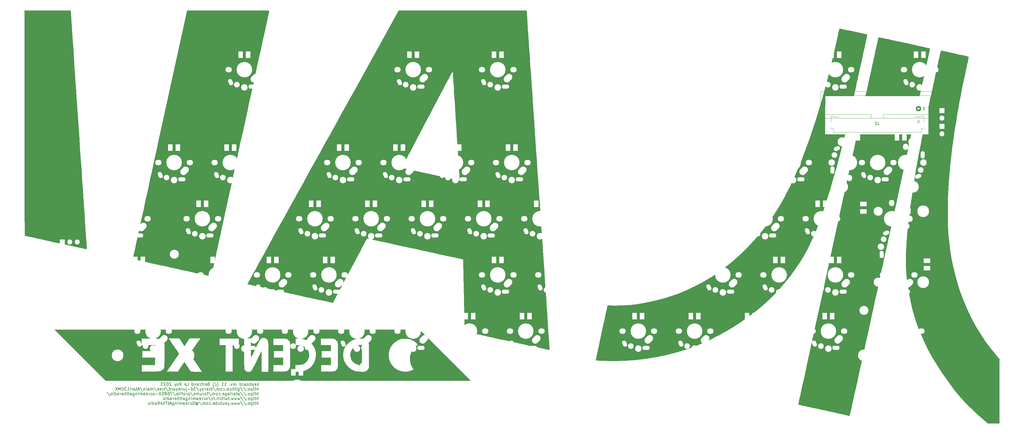
<source format=gbr>
G04 #@! TF.GenerationSoftware,KiCad,Pcbnew,(6.0.10)*
G04 #@! TF.CreationDate,2023-01-28T23:24:39-08:00*
G04 #@! TF.ProjectId,DecentXE,44656365-6e74-4584-952e-6b696361645f,11*
G04 #@! TF.SameCoordinates,Original*
G04 #@! TF.FileFunction,Legend,Bot*
G04 #@! TF.FilePolarity,Positive*
%FSLAX46Y46*%
G04 Gerber Fmt 4.6, Leading zero omitted, Abs format (unit mm)*
G04 Created by KiCad (PCBNEW (6.0.10)) date 2023-01-28 23:24:39*
%MOMM*%
%LPD*%
G01*
G04 APERTURE LIST*
G04 Aperture macros list*
%AMRoundRect*
0 Rectangle with rounded corners*
0 $1 Rounding radius*
0 $2 $3 $4 $5 $6 $7 $8 $9 X,Y pos of 4 corners*
0 Add a 4 corners polygon primitive as box body*
4,1,4,$2,$3,$4,$5,$6,$7,$8,$9,$2,$3,0*
0 Add four circle primitives for the rounded corners*
1,1,$1+$1,$2,$3*
1,1,$1+$1,$4,$5*
1,1,$1+$1,$6,$7*
1,1,$1+$1,$8,$9*
0 Add four rect primitives between the rounded corners*
20,1,$1+$1,$2,$3,$4,$5,0*
20,1,$1+$1,$4,$5,$6,$7,0*
20,1,$1+$1,$6,$7,$8,$9,0*
20,1,$1+$1,$8,$9,$2,$3,0*%
%AMHorizOval*
0 Thick line with rounded ends*
0 $1 width*
0 $2 $3 position (X,Y) of the first rounded end (center of the circle)*
0 $4 $5 position (X,Y) of the second rounded end (center of the circle)*
0 Add line between two ends*
20,1,$1,$2,$3,$4,$5,0*
0 Add two circle primitives to create the rounded ends*
1,1,$1,$2,$3*
1,1,$1,$4,$5*%
G04 Aperture macros list end*
%ADD10C,0.100000*%
%ADD11C,0.150000*%
%ADD12C,0.120000*%
%ADD13R,1.700000X1.700000*%
%ADD14O,1.700000X1.700000*%
%ADD15R,1.800000X1.800000*%
%ADD16C,1.800000*%
%ADD17O,2.200000X1.800000*%
%ADD18C,5.250000*%
%ADD19HorizOval,2.200000X-0.353553X-0.353553X0.353553X0.353553X0*%
%ADD20HorizOval,1.400000X-0.169047X0.362523X0.169047X-0.362523X0*%
%ADD21C,1.900000*%
%ADD22O,2.500000X1.400000*%
%ADD23C,2.200000*%
%ADD24R,1.500000X2.300000*%
%ADD25R,2.300000X1.500000*%
%ADD26C,3.987800*%
%ADD27C,3.048000*%
%ADD28O,1.800000X2.200000*%
%ADD29HorizOval,1.400000X-0.362523X-0.169047X0.362523X0.169047X0*%
%ADD30HorizOval,2.200000X0.353553X-0.353553X-0.353553X0.353553X0*%
%ADD31O,1.400000X2.500000*%
%ADD32HorizOval,2.200000X-0.353553X0.353553X0.353553X-0.353553X0*%
%ADD33HorizOval,1.400000X0.362523X0.169047X-0.362523X-0.169047X0*%
%ADD34RoundRect,0.250000X0.600000X-0.600000X0.600000X0.600000X-0.600000X0.600000X-0.600000X-0.600000X0*%
%ADD35C,1.700000*%
%ADD36R,0.400000X1.000000*%
%ADD37R,2.000000X1.300000*%
G04 APERTURE END LIST*
D10*
G36*
X336305000Y-52805000D02*
G01*
X335035000Y-52805000D01*
X335670000Y-51535000D01*
X336305000Y-52805000D01*
G37*
X336305000Y-52805000D02*
X335035000Y-52805000D01*
X335670000Y-51535000D01*
X336305000Y-52805000D01*
D11*
X101264404Y-139726380D02*
X101264404Y-138726380D01*
X101169166Y-139345428D02*
X100883452Y-139726380D01*
X100883452Y-139059714D02*
X101264404Y-139440666D01*
X100073928Y-139678761D02*
X100169166Y-139726380D01*
X100359642Y-139726380D01*
X100454880Y-139678761D01*
X100502500Y-139583523D01*
X100502500Y-139202571D01*
X100454880Y-139107333D01*
X100359642Y-139059714D01*
X100169166Y-139059714D01*
X100073928Y-139107333D01*
X100026309Y-139202571D01*
X100026309Y-139297809D01*
X100502500Y-139393047D01*
X99692976Y-139059714D02*
X99454880Y-139726380D01*
X99216785Y-139059714D02*
X99454880Y-139726380D01*
X99550119Y-139964476D01*
X99597738Y-140012095D01*
X99692976Y-140059714D01*
X98835833Y-139726380D02*
X98835833Y-138726380D01*
X98835833Y-139107333D02*
X98740595Y-139059714D01*
X98550119Y-139059714D01*
X98454880Y-139107333D01*
X98407261Y-139154952D01*
X98359642Y-139250190D01*
X98359642Y-139535904D01*
X98407261Y-139631142D01*
X98454880Y-139678761D01*
X98550119Y-139726380D01*
X98740595Y-139726380D01*
X98835833Y-139678761D01*
X97788214Y-139726380D02*
X97883452Y-139678761D01*
X97931071Y-139631142D01*
X97978690Y-139535904D01*
X97978690Y-139250190D01*
X97931071Y-139154952D01*
X97883452Y-139107333D01*
X97788214Y-139059714D01*
X97645357Y-139059714D01*
X97550119Y-139107333D01*
X97502500Y-139154952D01*
X97454880Y-139250190D01*
X97454880Y-139535904D01*
X97502500Y-139631142D01*
X97550119Y-139678761D01*
X97645357Y-139726380D01*
X97788214Y-139726380D01*
X96597738Y-139726380D02*
X96597738Y-139202571D01*
X96645357Y-139107333D01*
X96740595Y-139059714D01*
X96931071Y-139059714D01*
X97026309Y-139107333D01*
X96597738Y-139678761D02*
X96692976Y-139726380D01*
X96931071Y-139726380D01*
X97026309Y-139678761D01*
X97073928Y-139583523D01*
X97073928Y-139488285D01*
X97026309Y-139393047D01*
X96931071Y-139345428D01*
X96692976Y-139345428D01*
X96597738Y-139297809D01*
X96121547Y-139726380D02*
X96121547Y-139059714D01*
X96121547Y-139250190D02*
X96073928Y-139154952D01*
X96026309Y-139107333D01*
X95931071Y-139059714D01*
X95835833Y-139059714D01*
X95073928Y-139726380D02*
X95073928Y-138726380D01*
X95073928Y-139678761D02*
X95169166Y-139726380D01*
X95359642Y-139726380D01*
X95454880Y-139678761D01*
X95502500Y-139631142D01*
X95550119Y-139535904D01*
X95550119Y-139250190D01*
X95502500Y-139154952D01*
X95454880Y-139107333D01*
X95359642Y-139059714D01*
X95169166Y-139059714D01*
X95073928Y-139107333D01*
X93835833Y-139726380D02*
X93835833Y-139059714D01*
X93835833Y-139250190D02*
X93788214Y-139154952D01*
X93740595Y-139107333D01*
X93645357Y-139059714D01*
X93550119Y-139059714D01*
X92835833Y-139678761D02*
X92931071Y-139726380D01*
X93121547Y-139726380D01*
X93216785Y-139678761D01*
X93264404Y-139583523D01*
X93264404Y-139202571D01*
X93216785Y-139107333D01*
X93121547Y-139059714D01*
X92931071Y-139059714D01*
X92835833Y-139107333D01*
X92788214Y-139202571D01*
X92788214Y-139297809D01*
X93264404Y-139393047D01*
X92454880Y-139059714D02*
X92216785Y-139726380D01*
X91978690Y-139059714D01*
X91597738Y-139631142D02*
X91550119Y-139678761D01*
X91597738Y-139726380D01*
X91645357Y-139678761D01*
X91597738Y-139631142D01*
X91597738Y-139726380D01*
X89835833Y-139726380D02*
X90407261Y-139726380D01*
X90121547Y-139726380D02*
X90121547Y-138726380D01*
X90216785Y-138869238D01*
X90312023Y-138964476D01*
X90407261Y-139012095D01*
X88883452Y-139726380D02*
X89454880Y-139726380D01*
X89169166Y-139726380D02*
X89169166Y-138726380D01*
X89264404Y-138869238D01*
X89359642Y-138964476D01*
X89454880Y-139012095D01*
X87407261Y-140107333D02*
X87454880Y-140059714D01*
X87550119Y-139916857D01*
X87597738Y-139821619D01*
X87645357Y-139678761D01*
X87692976Y-139440666D01*
X87692976Y-139250190D01*
X87645357Y-139012095D01*
X87597738Y-138869238D01*
X87550119Y-138774000D01*
X87454880Y-138631142D01*
X87407261Y-138583523D01*
X86597738Y-139678761D02*
X86692976Y-139726380D01*
X86883452Y-139726380D01*
X86978690Y-139678761D01*
X87026309Y-139631142D01*
X87073928Y-139535904D01*
X87073928Y-139250190D01*
X87026309Y-139154952D01*
X86978690Y-139107333D01*
X86883452Y-139059714D01*
X86692976Y-139059714D01*
X86597738Y-139107333D01*
X86264404Y-140107333D02*
X86216785Y-140059714D01*
X86121547Y-139916857D01*
X86073928Y-139821619D01*
X86026309Y-139678761D01*
X85978690Y-139440666D01*
X85978690Y-139250190D01*
X86026309Y-139012095D01*
X86073928Y-138869238D01*
X86121547Y-138774000D01*
X86216785Y-138631142D01*
X86264404Y-138583523D01*
X84407261Y-139202571D02*
X84264404Y-139250190D01*
X84216785Y-139297809D01*
X84169166Y-139393047D01*
X84169166Y-139535904D01*
X84216785Y-139631142D01*
X84264404Y-139678761D01*
X84359642Y-139726380D01*
X84740595Y-139726380D01*
X84740595Y-138726380D01*
X84407261Y-138726380D01*
X84312023Y-138774000D01*
X84264404Y-138821619D01*
X84216785Y-138916857D01*
X84216785Y-139012095D01*
X84264404Y-139107333D01*
X84312023Y-139154952D01*
X84407261Y-139202571D01*
X84740595Y-139202571D01*
X83359642Y-139678761D02*
X83454880Y-139726380D01*
X83645357Y-139726380D01*
X83740595Y-139678761D01*
X83788214Y-139583523D01*
X83788214Y-139202571D01*
X83740595Y-139107333D01*
X83645357Y-139059714D01*
X83454880Y-139059714D01*
X83359642Y-139107333D01*
X83312023Y-139202571D01*
X83312023Y-139297809D01*
X83788214Y-139393047D01*
X82883452Y-139726380D02*
X82883452Y-139059714D01*
X82883452Y-139250190D02*
X82835833Y-139154952D01*
X82788214Y-139107333D01*
X82692976Y-139059714D01*
X82597738Y-139059714D01*
X82407261Y-139059714D02*
X82026309Y-139059714D01*
X82264404Y-138726380D02*
X82264404Y-139583523D01*
X82216785Y-139678761D01*
X82121547Y-139726380D01*
X82026309Y-139726380D01*
X81692976Y-139726380D02*
X81692976Y-139059714D01*
X81692976Y-139250190D02*
X81645357Y-139154952D01*
X81597738Y-139107333D01*
X81502500Y-139059714D01*
X81407261Y-139059714D01*
X80645357Y-139726380D02*
X80645357Y-139202571D01*
X80692976Y-139107333D01*
X80788214Y-139059714D01*
X80978690Y-139059714D01*
X81073928Y-139107333D01*
X80645357Y-139678761D02*
X80740595Y-139726380D01*
X80978690Y-139726380D01*
X81073928Y-139678761D01*
X81121547Y-139583523D01*
X81121547Y-139488285D01*
X81073928Y-139393047D01*
X80978690Y-139345428D01*
X80740595Y-139345428D01*
X80645357Y-139297809D01*
X80169166Y-139059714D02*
X80169166Y-139726380D01*
X80169166Y-139154952D02*
X80121547Y-139107333D01*
X80026309Y-139059714D01*
X79883452Y-139059714D01*
X79788214Y-139107333D01*
X79740595Y-139202571D01*
X79740595Y-139726380D01*
X78835833Y-139726380D02*
X78835833Y-138726380D01*
X78835833Y-139678761D02*
X78931071Y-139726380D01*
X79121547Y-139726380D01*
X79216785Y-139678761D01*
X79264404Y-139631142D01*
X79312023Y-139535904D01*
X79312023Y-139250190D01*
X79264404Y-139154952D01*
X79216785Y-139107333D01*
X79121547Y-139059714D01*
X78931071Y-139059714D01*
X78835833Y-139107333D01*
X77121547Y-139726380D02*
X77597738Y-139726380D01*
X77597738Y-138726380D01*
X76407261Y-139678761D02*
X76502500Y-139726380D01*
X76692976Y-139726380D01*
X76788214Y-139678761D01*
X76835833Y-139583523D01*
X76835833Y-139202571D01*
X76788214Y-139107333D01*
X76692976Y-139059714D01*
X76502500Y-139059714D01*
X76407261Y-139107333D01*
X76359642Y-139202571D01*
X76359642Y-139297809D01*
X76835833Y-139393047D01*
X74597738Y-139726380D02*
X74931071Y-139250190D01*
X75169166Y-139726380D02*
X75169166Y-138726380D01*
X74788214Y-138726380D01*
X74692976Y-138774000D01*
X74645357Y-138821619D01*
X74597738Y-138916857D01*
X74597738Y-139059714D01*
X74645357Y-139154952D01*
X74692976Y-139202571D01*
X74788214Y-139250190D01*
X75169166Y-139250190D01*
X74026309Y-139726380D02*
X74121547Y-139678761D01*
X74169166Y-139631142D01*
X74216785Y-139535904D01*
X74216785Y-139250190D01*
X74169166Y-139154952D01*
X74121547Y-139107333D01*
X74026309Y-139059714D01*
X73883452Y-139059714D01*
X73788214Y-139107333D01*
X73740595Y-139154952D01*
X73692976Y-139250190D01*
X73692976Y-139535904D01*
X73740595Y-139631142D01*
X73788214Y-139678761D01*
X73883452Y-139726380D01*
X74026309Y-139726380D01*
X73359642Y-139059714D02*
X73121547Y-139726380D01*
X72883452Y-139059714D02*
X73121547Y-139726380D01*
X73216785Y-139964476D01*
X73264404Y-140012095D01*
X73359642Y-140059714D01*
X71788214Y-138821619D02*
X71740595Y-138774000D01*
X71645357Y-138726380D01*
X71407261Y-138726380D01*
X71312023Y-138774000D01*
X71264404Y-138821619D01*
X71216785Y-138916857D01*
X71216785Y-139012095D01*
X71264404Y-139154952D01*
X71835833Y-139726380D01*
X71216785Y-139726380D01*
X70597738Y-138726380D02*
X70502500Y-138726380D01*
X70407261Y-138774000D01*
X70359642Y-138821619D01*
X70312023Y-138916857D01*
X70264404Y-139107333D01*
X70264404Y-139345428D01*
X70312023Y-139535904D01*
X70359642Y-139631142D01*
X70407261Y-139678761D01*
X70502500Y-139726380D01*
X70597738Y-139726380D01*
X70692976Y-139678761D01*
X70740595Y-139631142D01*
X70788214Y-139535904D01*
X70835833Y-139345428D01*
X70835833Y-139107333D01*
X70788214Y-138916857D01*
X70740595Y-138821619D01*
X70692976Y-138774000D01*
X70597738Y-138726380D01*
X69883452Y-138821619D02*
X69835833Y-138774000D01*
X69740595Y-138726380D01*
X69502500Y-138726380D01*
X69407261Y-138774000D01*
X69359642Y-138821619D01*
X69312023Y-138916857D01*
X69312023Y-139012095D01*
X69359642Y-139154952D01*
X69931071Y-139726380D01*
X69312023Y-139726380D01*
X68978690Y-138726380D02*
X68359642Y-138726380D01*
X68692976Y-139107333D01*
X68550119Y-139107333D01*
X68454880Y-139154952D01*
X68407261Y-139202571D01*
X68359642Y-139297809D01*
X68359642Y-139535904D01*
X68407261Y-139631142D01*
X68454880Y-139678761D01*
X68550119Y-139726380D01*
X68835833Y-139726380D01*
X68931071Y-139678761D01*
X68978690Y-139631142D01*
X101264404Y-141336380D02*
X101264404Y-140336380D01*
X100835833Y-141336380D02*
X100835833Y-140812571D01*
X100883452Y-140717333D01*
X100978690Y-140669714D01*
X101121547Y-140669714D01*
X101216785Y-140717333D01*
X101264404Y-140764952D01*
X100502500Y-140669714D02*
X100121547Y-140669714D01*
X100359642Y-140336380D02*
X100359642Y-141193523D01*
X100312023Y-141288761D01*
X100216785Y-141336380D01*
X100121547Y-141336380D01*
X99931071Y-140669714D02*
X99550119Y-140669714D01*
X99788214Y-140336380D02*
X99788214Y-141193523D01*
X99740595Y-141288761D01*
X99645357Y-141336380D01*
X99550119Y-141336380D01*
X99216785Y-140669714D02*
X99216785Y-141669714D01*
X99216785Y-140717333D02*
X99121547Y-140669714D01*
X98931071Y-140669714D01*
X98835833Y-140717333D01*
X98788214Y-140764952D01*
X98740595Y-140860190D01*
X98740595Y-141145904D01*
X98788214Y-141241142D01*
X98835833Y-141288761D01*
X98931071Y-141336380D01*
X99121547Y-141336380D01*
X99216785Y-141288761D01*
X98359642Y-141288761D02*
X98264404Y-141336380D01*
X98073928Y-141336380D01*
X97978690Y-141288761D01*
X97931071Y-141193523D01*
X97931071Y-141145904D01*
X97978690Y-141050666D01*
X98073928Y-141003047D01*
X98216785Y-141003047D01*
X98312023Y-140955428D01*
X98359642Y-140860190D01*
X98359642Y-140812571D01*
X98312023Y-140717333D01*
X98216785Y-140669714D01*
X98073928Y-140669714D01*
X97978690Y-140717333D01*
X97502500Y-141241142D02*
X97454880Y-141288761D01*
X97502500Y-141336380D01*
X97550119Y-141288761D01*
X97502500Y-141241142D01*
X97502500Y-141336380D01*
X97502500Y-140717333D02*
X97454880Y-140764952D01*
X97502500Y-140812571D01*
X97550119Y-140764952D01*
X97502500Y-140717333D01*
X97502500Y-140812571D01*
X96312023Y-140288761D02*
X97169166Y-141574476D01*
X95264404Y-140288761D02*
X96121547Y-141574476D01*
X94502500Y-140669714D02*
X94502500Y-141479238D01*
X94550119Y-141574476D01*
X94597738Y-141622095D01*
X94692976Y-141669714D01*
X94835833Y-141669714D01*
X94931071Y-141622095D01*
X94502500Y-141288761D02*
X94597738Y-141336380D01*
X94788214Y-141336380D01*
X94883452Y-141288761D01*
X94931071Y-141241142D01*
X94978690Y-141145904D01*
X94978690Y-140860190D01*
X94931071Y-140764952D01*
X94883452Y-140717333D01*
X94788214Y-140669714D01*
X94597738Y-140669714D01*
X94502500Y-140717333D01*
X94026309Y-141336380D02*
X94026309Y-140669714D01*
X94026309Y-140336380D02*
X94073928Y-140384000D01*
X94026309Y-140431619D01*
X93978690Y-140384000D01*
X94026309Y-140336380D01*
X94026309Y-140431619D01*
X93692976Y-140669714D02*
X93312023Y-140669714D01*
X93550119Y-140336380D02*
X93550119Y-141193523D01*
X93502500Y-141288761D01*
X93407261Y-141336380D01*
X93312023Y-141336380D01*
X92978690Y-141336380D02*
X92978690Y-140336380D01*
X92550119Y-141336380D02*
X92550119Y-140812571D01*
X92597738Y-140717333D01*
X92692976Y-140669714D01*
X92835833Y-140669714D01*
X92931071Y-140717333D01*
X92978690Y-140764952D01*
X91645357Y-140669714D02*
X91645357Y-141336380D01*
X92073928Y-140669714D02*
X92073928Y-141193523D01*
X92026309Y-141288761D01*
X91931071Y-141336380D01*
X91788214Y-141336380D01*
X91692976Y-141288761D01*
X91645357Y-141241142D01*
X91169166Y-141336380D02*
X91169166Y-140336380D01*
X91169166Y-140717333D02*
X91073928Y-140669714D01*
X90883452Y-140669714D01*
X90788214Y-140717333D01*
X90740595Y-140764952D01*
X90692976Y-140860190D01*
X90692976Y-141145904D01*
X90740595Y-141241142D01*
X90788214Y-141288761D01*
X90883452Y-141336380D01*
X91073928Y-141336380D01*
X91169166Y-141288761D01*
X90264404Y-141241142D02*
X90216785Y-141288761D01*
X90264404Y-141336380D01*
X90312023Y-141288761D01*
X90264404Y-141241142D01*
X90264404Y-141336380D01*
X89359642Y-141288761D02*
X89454880Y-141336380D01*
X89645357Y-141336380D01*
X89740595Y-141288761D01*
X89788214Y-141241142D01*
X89835833Y-141145904D01*
X89835833Y-140860190D01*
X89788214Y-140764952D01*
X89740595Y-140717333D01*
X89645357Y-140669714D01*
X89454880Y-140669714D01*
X89359642Y-140717333D01*
X88788214Y-141336380D02*
X88883452Y-141288761D01*
X88931071Y-141241142D01*
X88978690Y-141145904D01*
X88978690Y-140860190D01*
X88931071Y-140764952D01*
X88883452Y-140717333D01*
X88788214Y-140669714D01*
X88645357Y-140669714D01*
X88550119Y-140717333D01*
X88502500Y-140764952D01*
X88454880Y-140860190D01*
X88454880Y-141145904D01*
X88502500Y-141241142D01*
X88550119Y-141288761D01*
X88645357Y-141336380D01*
X88788214Y-141336380D01*
X88026309Y-141336380D02*
X88026309Y-140669714D01*
X88026309Y-140764952D02*
X87978690Y-140717333D01*
X87883452Y-140669714D01*
X87740595Y-140669714D01*
X87645357Y-140717333D01*
X87597738Y-140812571D01*
X87597738Y-141336380D01*
X87597738Y-140812571D02*
X87550119Y-140717333D01*
X87454880Y-140669714D01*
X87312023Y-140669714D01*
X87216785Y-140717333D01*
X87169166Y-140812571D01*
X87169166Y-141336380D01*
X85978690Y-140288761D02*
X86835833Y-141574476D01*
X85645357Y-141336380D02*
X85645357Y-140336380D01*
X85645357Y-140717333D02*
X85550119Y-140669714D01*
X85359642Y-140669714D01*
X85264404Y-140717333D01*
X85216785Y-140764952D01*
X85169166Y-140860190D01*
X85169166Y-141145904D01*
X85216785Y-141241142D01*
X85264404Y-141288761D01*
X85359642Y-141336380D01*
X85550119Y-141336380D01*
X85645357Y-141288761D01*
X84597738Y-141336380D02*
X84692976Y-141288761D01*
X84740595Y-141193523D01*
X84740595Y-140336380D01*
X83835833Y-141288761D02*
X83931071Y-141336380D01*
X84121547Y-141336380D01*
X84216785Y-141288761D01*
X84264404Y-141193523D01*
X84264404Y-140812571D01*
X84216785Y-140717333D01*
X84121547Y-140669714D01*
X83931071Y-140669714D01*
X83835833Y-140717333D01*
X83788214Y-140812571D01*
X83788214Y-140907809D01*
X84264404Y-141003047D01*
X83359642Y-141336380D02*
X83359642Y-140669714D01*
X83359642Y-140860190D02*
X83312023Y-140764952D01*
X83264404Y-140717333D01*
X83169166Y-140669714D01*
X83073928Y-140669714D01*
X82597738Y-141336380D02*
X82692976Y-141288761D01*
X82740595Y-141241142D01*
X82788214Y-141145904D01*
X82788214Y-140860190D01*
X82740595Y-140764952D01*
X82692976Y-140717333D01*
X82597738Y-140669714D01*
X82454880Y-140669714D01*
X82359642Y-140717333D01*
X82312023Y-140764952D01*
X82264404Y-140860190D01*
X82264404Y-141145904D01*
X82312023Y-141241142D01*
X82359642Y-141288761D01*
X82454880Y-141336380D01*
X82597738Y-141336380D01*
X81931071Y-140669714D02*
X81692976Y-141336380D01*
X81454880Y-140669714D02*
X81692976Y-141336380D01*
X81788214Y-141574476D01*
X81835833Y-141622095D01*
X81931071Y-141669714D01*
X80359642Y-140288761D02*
X81216785Y-141574476D01*
X80121547Y-140336380D02*
X79502500Y-140336380D01*
X79835833Y-140717333D01*
X79692976Y-140717333D01*
X79597738Y-140764952D01*
X79550119Y-140812571D01*
X79502500Y-140907809D01*
X79502500Y-141145904D01*
X79550119Y-141241142D01*
X79597738Y-141288761D01*
X79692976Y-141336380D01*
X79978690Y-141336380D01*
X80073928Y-141288761D01*
X80121547Y-141241142D01*
X78645357Y-141336380D02*
X78645357Y-140336380D01*
X78645357Y-141288761D02*
X78740595Y-141336380D01*
X78931071Y-141336380D01*
X79026309Y-141288761D01*
X79073928Y-141241142D01*
X79121547Y-141145904D01*
X79121547Y-140860190D01*
X79073928Y-140764952D01*
X79026309Y-140717333D01*
X78931071Y-140669714D01*
X78740595Y-140669714D01*
X78645357Y-140717333D01*
X78169166Y-140955428D02*
X77407261Y-140955428D01*
X76931071Y-140669714D02*
X76931071Y-141526857D01*
X76978690Y-141622095D01*
X77073928Y-141669714D01*
X77121547Y-141669714D01*
X76931071Y-140336380D02*
X76978690Y-140384000D01*
X76931071Y-140431619D01*
X76883452Y-140384000D01*
X76931071Y-140336380D01*
X76931071Y-140431619D01*
X76026309Y-140669714D02*
X76026309Y-141336380D01*
X76454880Y-140669714D02*
X76454880Y-141193523D01*
X76407261Y-141288761D01*
X76312023Y-141336380D01*
X76169166Y-141336380D01*
X76073928Y-141288761D01*
X76026309Y-141241142D01*
X75550119Y-140669714D02*
X75550119Y-141336380D01*
X75550119Y-140764952D02*
X75502500Y-140717333D01*
X75407261Y-140669714D01*
X75264404Y-140669714D01*
X75169166Y-140717333D01*
X75121547Y-140812571D01*
X75121547Y-141336380D01*
X74645357Y-141336380D02*
X74645357Y-140336380D01*
X74550119Y-140955428D02*
X74264404Y-141336380D01*
X74264404Y-140669714D02*
X74645357Y-141050666D01*
X73931071Y-140669714D02*
X73692976Y-141336380D01*
X73454880Y-140669714D02*
X73692976Y-141336380D01*
X73788214Y-141574476D01*
X73835833Y-141622095D01*
X73931071Y-141669714D01*
X72645357Y-141336380D02*
X72645357Y-140812571D01*
X72692976Y-140717333D01*
X72788214Y-140669714D01*
X72978690Y-140669714D01*
X73073928Y-140717333D01*
X72645357Y-141288761D02*
X72740595Y-141336380D01*
X72978690Y-141336380D01*
X73073928Y-141288761D01*
X73121547Y-141193523D01*
X73121547Y-141098285D01*
X73073928Y-141003047D01*
X72978690Y-140955428D01*
X72740595Y-140955428D01*
X72645357Y-140907809D01*
X72169166Y-141336380D02*
X72169166Y-140669714D01*
X72169166Y-140860190D02*
X72121547Y-140764952D01*
X72073928Y-140717333D01*
X71978690Y-140669714D01*
X71883452Y-140669714D01*
X71121547Y-141336380D02*
X71121547Y-140336380D01*
X71121547Y-141288761D02*
X71216785Y-141336380D01*
X71407261Y-141336380D01*
X71502500Y-141288761D01*
X71550119Y-141241142D01*
X71597738Y-141145904D01*
X71597738Y-140860190D01*
X71550119Y-140764952D01*
X71502500Y-140717333D01*
X71407261Y-140669714D01*
X71216785Y-140669714D01*
X71121547Y-140717333D01*
X69931071Y-140288761D02*
X70788214Y-141574476D01*
X69740595Y-140669714D02*
X69359642Y-140669714D01*
X69597738Y-140336380D02*
X69597738Y-141193523D01*
X69550119Y-141288761D01*
X69454880Y-141336380D01*
X69359642Y-141336380D01*
X69026309Y-141336380D02*
X69026309Y-140669714D01*
X69026309Y-140860190D02*
X68978690Y-140764952D01*
X68931071Y-140717333D01*
X68835833Y-140669714D01*
X68740595Y-140669714D01*
X68026309Y-141288761D02*
X68121547Y-141336380D01*
X68312023Y-141336380D01*
X68407261Y-141288761D01*
X68454880Y-141193523D01*
X68454880Y-140812571D01*
X68407261Y-140717333D01*
X68312023Y-140669714D01*
X68121547Y-140669714D01*
X68026309Y-140717333D01*
X67978690Y-140812571D01*
X67978690Y-140907809D01*
X68454880Y-141003047D01*
X67169166Y-141288761D02*
X67264404Y-141336380D01*
X67454880Y-141336380D01*
X67550119Y-141288761D01*
X67597738Y-141193523D01*
X67597738Y-140812571D01*
X67550119Y-140717333D01*
X67454880Y-140669714D01*
X67264404Y-140669714D01*
X67169166Y-140717333D01*
X67121547Y-140812571D01*
X67121547Y-140907809D01*
X67597738Y-141003047D01*
X65978690Y-140288761D02*
X66835833Y-141574476D01*
X65645357Y-141336380D02*
X65645357Y-140669714D01*
X65645357Y-140764952D02*
X65597738Y-140717333D01*
X65502500Y-140669714D01*
X65359642Y-140669714D01*
X65264404Y-140717333D01*
X65216785Y-140812571D01*
X65216785Y-141336380D01*
X65216785Y-140812571D02*
X65169166Y-140717333D01*
X65073928Y-140669714D01*
X64931071Y-140669714D01*
X64835833Y-140717333D01*
X64788214Y-140812571D01*
X64788214Y-141336380D01*
X63883452Y-141336380D02*
X63883452Y-140812571D01*
X63931071Y-140717333D01*
X64026309Y-140669714D01*
X64216785Y-140669714D01*
X64312023Y-140717333D01*
X63883452Y-141288761D02*
X63978690Y-141336380D01*
X64216785Y-141336380D01*
X64312023Y-141288761D01*
X64359642Y-141193523D01*
X64359642Y-141098285D01*
X64312023Y-141003047D01*
X64216785Y-140955428D01*
X63978690Y-140955428D01*
X63883452Y-140907809D01*
X63407261Y-141336380D02*
X63407261Y-140669714D01*
X63407261Y-140336380D02*
X63454880Y-140384000D01*
X63407261Y-140431619D01*
X63359642Y-140384000D01*
X63407261Y-140336380D01*
X63407261Y-140431619D01*
X62931071Y-140669714D02*
X62931071Y-141336380D01*
X62931071Y-140764952D02*
X62883452Y-140717333D01*
X62788214Y-140669714D01*
X62645357Y-140669714D01*
X62550119Y-140717333D01*
X62502500Y-140812571D01*
X62502500Y-141336380D01*
X61312023Y-140288761D02*
X62169166Y-141574476D01*
X61026309Y-141050666D02*
X60550119Y-141050666D01*
X61121547Y-141336380D02*
X60788214Y-140336380D01*
X60454880Y-141336380D01*
X60264404Y-140669714D02*
X59883452Y-140669714D01*
X60121547Y-140336380D02*
X60121547Y-141193523D01*
X60073928Y-141288761D01*
X59978690Y-141336380D01*
X59883452Y-141336380D01*
X59121547Y-141336380D02*
X59121547Y-140812571D01*
X59169166Y-140717333D01*
X59264404Y-140669714D01*
X59454880Y-140669714D01*
X59550119Y-140717333D01*
X59121547Y-141288761D02*
X59216785Y-141336380D01*
X59454880Y-141336380D01*
X59550119Y-141288761D01*
X59597738Y-141193523D01*
X59597738Y-141098285D01*
X59550119Y-141003047D01*
X59454880Y-140955428D01*
X59216785Y-140955428D01*
X59121547Y-140907809D01*
X58645357Y-141336380D02*
X58645357Y-140669714D01*
X58645357Y-140860190D02*
X58597738Y-140764952D01*
X58550119Y-140717333D01*
X58454880Y-140669714D01*
X58359642Y-140669714D01*
X58026309Y-141336380D02*
X58026309Y-140669714D01*
X58026309Y-140336380D02*
X58073928Y-140384000D01*
X58026309Y-140431619D01*
X57978690Y-140384000D01*
X58026309Y-140336380D01*
X58026309Y-140431619D01*
X57026309Y-141336380D02*
X57597738Y-141336380D01*
X57312023Y-141336380D02*
X57312023Y-140336380D01*
X57407261Y-140479238D01*
X57502500Y-140574476D01*
X57597738Y-140622095D01*
X56692976Y-140336380D02*
X56073928Y-140336380D01*
X56407261Y-140717333D01*
X56264404Y-140717333D01*
X56169166Y-140764952D01*
X56121547Y-140812571D01*
X56073928Y-140907809D01*
X56073928Y-141145904D01*
X56121547Y-141241142D01*
X56169166Y-141288761D01*
X56264404Y-141336380D01*
X56550119Y-141336380D01*
X56645357Y-141288761D01*
X56692976Y-141241142D01*
X55454880Y-140336380D02*
X55359642Y-140336380D01*
X55264404Y-140384000D01*
X55216785Y-140431619D01*
X55169166Y-140526857D01*
X55121547Y-140717333D01*
X55121547Y-140955428D01*
X55169166Y-141145904D01*
X55216785Y-141241142D01*
X55264404Y-141288761D01*
X55359642Y-141336380D01*
X55454880Y-141336380D01*
X55550119Y-141288761D01*
X55597738Y-141241142D01*
X55645357Y-141145904D01*
X55692976Y-140955428D01*
X55692976Y-140717333D01*
X55645357Y-140526857D01*
X55597738Y-140431619D01*
X55550119Y-140384000D01*
X55454880Y-140336380D01*
X54692976Y-141336380D02*
X54692976Y-140336380D01*
X54359642Y-141050666D01*
X54026309Y-140336380D01*
X54026309Y-141336380D01*
X53645357Y-140336380D02*
X52978690Y-141336380D01*
X52978690Y-140336380D02*
X53645357Y-141336380D01*
X101264404Y-142946380D02*
X101264404Y-141946380D01*
X100835833Y-142946380D02*
X100835833Y-142422571D01*
X100883452Y-142327333D01*
X100978690Y-142279714D01*
X101121547Y-142279714D01*
X101216785Y-142327333D01*
X101264404Y-142374952D01*
X100502500Y-142279714D02*
X100121547Y-142279714D01*
X100359642Y-141946380D02*
X100359642Y-142803523D01*
X100312023Y-142898761D01*
X100216785Y-142946380D01*
X100121547Y-142946380D01*
X99931071Y-142279714D02*
X99550119Y-142279714D01*
X99788214Y-141946380D02*
X99788214Y-142803523D01*
X99740595Y-142898761D01*
X99645357Y-142946380D01*
X99550119Y-142946380D01*
X99216785Y-142279714D02*
X99216785Y-143279714D01*
X99216785Y-142327333D02*
X99121547Y-142279714D01*
X98931071Y-142279714D01*
X98835833Y-142327333D01*
X98788214Y-142374952D01*
X98740595Y-142470190D01*
X98740595Y-142755904D01*
X98788214Y-142851142D01*
X98835833Y-142898761D01*
X98931071Y-142946380D01*
X99121547Y-142946380D01*
X99216785Y-142898761D01*
X98359642Y-142898761D02*
X98264404Y-142946380D01*
X98073928Y-142946380D01*
X97978690Y-142898761D01*
X97931071Y-142803523D01*
X97931071Y-142755904D01*
X97978690Y-142660666D01*
X98073928Y-142613047D01*
X98216785Y-142613047D01*
X98312023Y-142565428D01*
X98359642Y-142470190D01*
X98359642Y-142422571D01*
X98312023Y-142327333D01*
X98216785Y-142279714D01*
X98073928Y-142279714D01*
X97978690Y-142327333D01*
X97502500Y-142851142D02*
X97454880Y-142898761D01*
X97502500Y-142946380D01*
X97550119Y-142898761D01*
X97502500Y-142851142D01*
X97502500Y-142946380D01*
X97502500Y-142327333D02*
X97454880Y-142374952D01*
X97502500Y-142422571D01*
X97550119Y-142374952D01*
X97502500Y-142327333D01*
X97502500Y-142422571D01*
X96312023Y-141898761D02*
X97169166Y-143184476D01*
X95264404Y-141898761D02*
X96121547Y-143184476D01*
X94502500Y-142946380D02*
X94502500Y-142422571D01*
X94550119Y-142327333D01*
X94645357Y-142279714D01*
X94835833Y-142279714D01*
X94931071Y-142327333D01*
X94502500Y-142898761D02*
X94597738Y-142946380D01*
X94835833Y-142946380D01*
X94931071Y-142898761D01*
X94978690Y-142803523D01*
X94978690Y-142708285D01*
X94931071Y-142613047D01*
X94835833Y-142565428D01*
X94597738Y-142565428D01*
X94502500Y-142517809D01*
X94169166Y-142279714D02*
X93788214Y-142279714D01*
X94026309Y-141946380D02*
X94026309Y-142803523D01*
X93978690Y-142898761D01*
X93883452Y-142946380D01*
X93788214Y-142946380D01*
X93026309Y-142946380D02*
X93026309Y-142422571D01*
X93073928Y-142327333D01*
X93169166Y-142279714D01*
X93359642Y-142279714D01*
X93454880Y-142327333D01*
X93026309Y-142898761D02*
X93121547Y-142946380D01*
X93359642Y-142946380D01*
X93454880Y-142898761D01*
X93502500Y-142803523D01*
X93502500Y-142708285D01*
X93454880Y-142613047D01*
X93359642Y-142565428D01*
X93121547Y-142565428D01*
X93026309Y-142517809D01*
X92550119Y-142946380D02*
X92550119Y-142279714D01*
X92550119Y-142470190D02*
X92502500Y-142374952D01*
X92454880Y-142327333D01*
X92359642Y-142279714D01*
X92264404Y-142279714D01*
X91931071Y-142946380D02*
X91931071Y-142279714D01*
X91931071Y-141946380D02*
X91978690Y-141994000D01*
X91931071Y-142041619D01*
X91883452Y-141994000D01*
X91931071Y-141946380D01*
X91931071Y-142041619D01*
X91026309Y-142946380D02*
X91026309Y-142422571D01*
X91073928Y-142327333D01*
X91169166Y-142279714D01*
X91359642Y-142279714D01*
X91454880Y-142327333D01*
X91026309Y-142898761D02*
X91121547Y-142946380D01*
X91359642Y-142946380D01*
X91454880Y-142898761D01*
X91502500Y-142803523D01*
X91502500Y-142708285D01*
X91454880Y-142613047D01*
X91359642Y-142565428D01*
X91121547Y-142565428D01*
X91026309Y-142517809D01*
X90121547Y-142279714D02*
X90121547Y-143089238D01*
X90169166Y-143184476D01*
X90216785Y-143232095D01*
X90312023Y-143279714D01*
X90454880Y-143279714D01*
X90550119Y-143232095D01*
X90121547Y-142898761D02*
X90216785Y-142946380D01*
X90407261Y-142946380D01*
X90502500Y-142898761D01*
X90550119Y-142851142D01*
X90597738Y-142755904D01*
X90597738Y-142470190D01*
X90550119Y-142374952D01*
X90502500Y-142327333D01*
X90407261Y-142279714D01*
X90216785Y-142279714D01*
X90121547Y-142327333D01*
X89264404Y-142898761D02*
X89359642Y-142946380D01*
X89550119Y-142946380D01*
X89645357Y-142898761D01*
X89692976Y-142803523D01*
X89692976Y-142422571D01*
X89645357Y-142327333D01*
X89550119Y-142279714D01*
X89359642Y-142279714D01*
X89264404Y-142327333D01*
X89216785Y-142422571D01*
X89216785Y-142517809D01*
X89692976Y-142613047D01*
X88788214Y-142851142D02*
X88740595Y-142898761D01*
X88788214Y-142946380D01*
X88835833Y-142898761D01*
X88788214Y-142851142D01*
X88788214Y-142946380D01*
X87883452Y-142898761D02*
X87978690Y-142946380D01*
X88169166Y-142946380D01*
X88264404Y-142898761D01*
X88312023Y-142851142D01*
X88359642Y-142755904D01*
X88359642Y-142470190D01*
X88312023Y-142374952D01*
X88264404Y-142327333D01*
X88169166Y-142279714D01*
X87978690Y-142279714D01*
X87883452Y-142327333D01*
X87312023Y-142946380D02*
X87407261Y-142898761D01*
X87454880Y-142851142D01*
X87502500Y-142755904D01*
X87502500Y-142470190D01*
X87454880Y-142374952D01*
X87407261Y-142327333D01*
X87312023Y-142279714D01*
X87169166Y-142279714D01*
X87073928Y-142327333D01*
X87026309Y-142374952D01*
X86978690Y-142470190D01*
X86978690Y-142755904D01*
X87026309Y-142851142D01*
X87073928Y-142898761D01*
X87169166Y-142946380D01*
X87312023Y-142946380D01*
X86550119Y-142946380D02*
X86550119Y-142279714D01*
X86550119Y-142374952D02*
X86502500Y-142327333D01*
X86407261Y-142279714D01*
X86264404Y-142279714D01*
X86169166Y-142327333D01*
X86121547Y-142422571D01*
X86121547Y-142946380D01*
X86121547Y-142422571D02*
X86073928Y-142327333D01*
X85978690Y-142279714D01*
X85835833Y-142279714D01*
X85740595Y-142327333D01*
X85692976Y-142422571D01*
X85692976Y-142946380D01*
X84502500Y-141898761D02*
X85359642Y-143184476D01*
X84312023Y-142279714D02*
X83931071Y-142279714D01*
X84169166Y-142946380D02*
X84169166Y-142089238D01*
X84121547Y-141994000D01*
X84026309Y-141946380D01*
X83931071Y-141946380D01*
X83454880Y-142946380D02*
X83550119Y-142898761D01*
X83597738Y-142851142D01*
X83645357Y-142755904D01*
X83645357Y-142470190D01*
X83597738Y-142374952D01*
X83550119Y-142327333D01*
X83454880Y-142279714D01*
X83312023Y-142279714D01*
X83216785Y-142327333D01*
X83169166Y-142374952D01*
X83121547Y-142470190D01*
X83121547Y-142755904D01*
X83169166Y-142851142D01*
X83216785Y-142898761D01*
X83312023Y-142946380D01*
X83454880Y-142946380D01*
X82692976Y-142946380D02*
X82692976Y-142279714D01*
X82692976Y-142470190D02*
X82645357Y-142374952D01*
X82597738Y-142327333D01*
X82502500Y-142279714D01*
X82407261Y-142279714D01*
X81645357Y-142279714D02*
X81645357Y-142946380D01*
X82073928Y-142279714D02*
X82073928Y-142803523D01*
X82026309Y-142898761D01*
X81931071Y-142946380D01*
X81788214Y-142946380D01*
X81692976Y-142898761D01*
X81645357Y-142851142D01*
X81169166Y-142946380D02*
X81169166Y-142279714D01*
X81169166Y-142374952D02*
X81121547Y-142327333D01*
X81026309Y-142279714D01*
X80883452Y-142279714D01*
X80788214Y-142327333D01*
X80740595Y-142422571D01*
X80740595Y-142946380D01*
X80740595Y-142422571D02*
X80692976Y-142327333D01*
X80597738Y-142279714D01*
X80454880Y-142279714D01*
X80359642Y-142327333D01*
X80312023Y-142422571D01*
X80312023Y-142946380D01*
X79883452Y-142898761D02*
X79788214Y-142946380D01*
X79597738Y-142946380D01*
X79502500Y-142898761D01*
X79454880Y-142803523D01*
X79454880Y-142755904D01*
X79502500Y-142660666D01*
X79597738Y-142613047D01*
X79740595Y-142613047D01*
X79835833Y-142565428D01*
X79883452Y-142470190D01*
X79883452Y-142422571D01*
X79835833Y-142327333D01*
X79740595Y-142279714D01*
X79597738Y-142279714D01*
X79502500Y-142327333D01*
X78312023Y-141898761D02*
X79169166Y-143184476D01*
X77978690Y-142279714D02*
X77978690Y-143279714D01*
X77978690Y-142327333D02*
X77883452Y-142279714D01*
X77692976Y-142279714D01*
X77597738Y-142327333D01*
X77550119Y-142374952D01*
X77502500Y-142470190D01*
X77502500Y-142755904D01*
X77550119Y-142851142D01*
X77597738Y-142898761D01*
X77692976Y-142946380D01*
X77883452Y-142946380D01*
X77978690Y-142898761D01*
X77073928Y-142946380D02*
X77073928Y-142279714D01*
X77073928Y-142470190D02*
X77026309Y-142374952D01*
X76978690Y-142327333D01*
X76883452Y-142279714D01*
X76788214Y-142279714D01*
X76312023Y-142946380D02*
X76407261Y-142898761D01*
X76454880Y-142851142D01*
X76502500Y-142755904D01*
X76502500Y-142470190D01*
X76454880Y-142374952D01*
X76407261Y-142327333D01*
X76312023Y-142279714D01*
X76169166Y-142279714D01*
X76073928Y-142327333D01*
X76026309Y-142374952D01*
X75978690Y-142470190D01*
X75978690Y-142755904D01*
X76026309Y-142851142D01*
X76073928Y-142898761D01*
X76169166Y-142946380D01*
X76312023Y-142946380D01*
X75692976Y-142279714D02*
X75312023Y-142279714D01*
X75550119Y-142946380D02*
X75550119Y-142089238D01*
X75502500Y-141994000D01*
X75407261Y-141946380D01*
X75312023Y-141946380D01*
X74978690Y-142946380D02*
X74978690Y-142279714D01*
X74978690Y-141946380D02*
X75026309Y-141994000D01*
X74978690Y-142041619D01*
X74931071Y-141994000D01*
X74978690Y-141946380D01*
X74978690Y-142041619D01*
X74359642Y-142946380D02*
X74454880Y-142898761D01*
X74502500Y-142803523D01*
X74502500Y-141946380D01*
X73597738Y-142898761D02*
X73692976Y-142946380D01*
X73883452Y-142946380D01*
X73978690Y-142898761D01*
X74026309Y-142803523D01*
X74026309Y-142422571D01*
X73978690Y-142327333D01*
X73883452Y-142279714D01*
X73692976Y-142279714D01*
X73597738Y-142327333D01*
X73550119Y-142422571D01*
X73550119Y-142517809D01*
X74026309Y-142613047D01*
X72407261Y-141898761D02*
X73264404Y-143184476D01*
X72169166Y-141946380D02*
X71502500Y-141946380D01*
X71931071Y-142946380D01*
X70692976Y-141946380D02*
X70883452Y-141946380D01*
X70978690Y-141994000D01*
X71026309Y-142041619D01*
X71121547Y-142184476D01*
X71169166Y-142374952D01*
X71169166Y-142755904D01*
X71121547Y-142851142D01*
X71073928Y-142898761D01*
X70978690Y-142946380D01*
X70788214Y-142946380D01*
X70692976Y-142898761D01*
X70645357Y-142851142D01*
X70597738Y-142755904D01*
X70597738Y-142517809D01*
X70645357Y-142422571D01*
X70692976Y-142374952D01*
X70788214Y-142327333D01*
X70978690Y-142327333D01*
X71073928Y-142374952D01*
X71121547Y-142422571D01*
X71169166Y-142517809D01*
X70026309Y-142374952D02*
X70121547Y-142327333D01*
X70169166Y-142279714D01*
X70216785Y-142184476D01*
X70216785Y-142136857D01*
X70169166Y-142041619D01*
X70121547Y-141994000D01*
X70026309Y-141946380D01*
X69835833Y-141946380D01*
X69740595Y-141994000D01*
X69692976Y-142041619D01*
X69645357Y-142136857D01*
X69645357Y-142184476D01*
X69692976Y-142279714D01*
X69740595Y-142327333D01*
X69835833Y-142374952D01*
X70026309Y-142374952D01*
X70121547Y-142422571D01*
X70169166Y-142470190D01*
X70216785Y-142565428D01*
X70216785Y-142755904D01*
X70169166Y-142851142D01*
X70121547Y-142898761D01*
X70026309Y-142946380D01*
X69835833Y-142946380D01*
X69740595Y-142898761D01*
X69692976Y-142851142D01*
X69645357Y-142755904D01*
X69645357Y-142565428D01*
X69692976Y-142470190D01*
X69740595Y-142422571D01*
X69835833Y-142374952D01*
X68740595Y-141946380D02*
X69216785Y-141946380D01*
X69264404Y-142422571D01*
X69216785Y-142374952D01*
X69121547Y-142327333D01*
X68883452Y-142327333D01*
X68788214Y-142374952D01*
X68740595Y-142422571D01*
X68692976Y-142517809D01*
X68692976Y-142755904D01*
X68740595Y-142851142D01*
X68788214Y-142898761D01*
X68883452Y-142946380D01*
X69121547Y-142946380D01*
X69216785Y-142898761D01*
X69264404Y-142851142D01*
X68073928Y-141946380D02*
X67978690Y-141946380D01*
X67883452Y-141994000D01*
X67835833Y-142041619D01*
X67788214Y-142136857D01*
X67740595Y-142327333D01*
X67740595Y-142565428D01*
X67788214Y-142755904D01*
X67835833Y-142851142D01*
X67883452Y-142898761D01*
X67978690Y-142946380D01*
X68073928Y-142946380D01*
X68169166Y-142898761D01*
X68216785Y-142851142D01*
X68264404Y-142755904D01*
X68312023Y-142565428D01*
X68312023Y-142327333D01*
X68264404Y-142136857D01*
X68216785Y-142041619D01*
X68169166Y-141994000D01*
X68073928Y-141946380D01*
X67312023Y-142565428D02*
X66550119Y-142565428D01*
X66121547Y-142898761D02*
X66026309Y-142946380D01*
X65835833Y-142946380D01*
X65740595Y-142898761D01*
X65692976Y-142803523D01*
X65692976Y-142755904D01*
X65740595Y-142660666D01*
X65835833Y-142613047D01*
X65978690Y-142613047D01*
X66073928Y-142565428D01*
X66121547Y-142470190D01*
X66121547Y-142422571D01*
X66073928Y-142327333D01*
X65978690Y-142279714D01*
X65835833Y-142279714D01*
X65740595Y-142327333D01*
X64835833Y-142898761D02*
X64931071Y-142946380D01*
X65121547Y-142946380D01*
X65216785Y-142898761D01*
X65264404Y-142851142D01*
X65312023Y-142755904D01*
X65312023Y-142470190D01*
X65264404Y-142374952D01*
X65216785Y-142327333D01*
X65121547Y-142279714D01*
X64931071Y-142279714D01*
X64835833Y-142327333D01*
X64407261Y-142946380D02*
X64407261Y-142279714D01*
X64407261Y-142470190D02*
X64359642Y-142374952D01*
X64312023Y-142327333D01*
X64216785Y-142279714D01*
X64121547Y-142279714D01*
X63407261Y-142898761D02*
X63502500Y-142946380D01*
X63692976Y-142946380D01*
X63788214Y-142898761D01*
X63835833Y-142803523D01*
X63835833Y-142422571D01*
X63788214Y-142327333D01*
X63692976Y-142279714D01*
X63502500Y-142279714D01*
X63407261Y-142327333D01*
X63359642Y-142422571D01*
X63359642Y-142517809D01*
X63835833Y-142613047D01*
X62502500Y-142946380D02*
X62502500Y-142422571D01*
X62550119Y-142327333D01*
X62645357Y-142279714D01*
X62835833Y-142279714D01*
X62931071Y-142327333D01*
X62502500Y-142898761D02*
X62597738Y-142946380D01*
X62835833Y-142946380D01*
X62931071Y-142898761D01*
X62978690Y-142803523D01*
X62978690Y-142708285D01*
X62931071Y-142613047D01*
X62835833Y-142565428D01*
X62597738Y-142565428D01*
X62502500Y-142517809D01*
X62026309Y-142946380D02*
X62026309Y-142279714D01*
X62026309Y-142374952D02*
X61978690Y-142327333D01*
X61883452Y-142279714D01*
X61740595Y-142279714D01*
X61645357Y-142327333D01*
X61597738Y-142422571D01*
X61597738Y-142946380D01*
X61597738Y-142422571D02*
X61550119Y-142327333D01*
X61454880Y-142279714D01*
X61312023Y-142279714D01*
X61216785Y-142327333D01*
X61169166Y-142422571D01*
X61169166Y-142946380D01*
X60692976Y-142946380D02*
X60692976Y-142279714D01*
X60692976Y-141946380D02*
X60740595Y-141994000D01*
X60692976Y-142041619D01*
X60645357Y-141994000D01*
X60692976Y-141946380D01*
X60692976Y-142041619D01*
X60216785Y-142279714D02*
X60216785Y-142946380D01*
X60216785Y-142374952D02*
X60169166Y-142327333D01*
X60073928Y-142279714D01*
X59931071Y-142279714D01*
X59835833Y-142327333D01*
X59788214Y-142422571D01*
X59788214Y-142946380D01*
X58883452Y-142279714D02*
X58883452Y-143089238D01*
X58931071Y-143184476D01*
X58978690Y-143232095D01*
X59073928Y-143279714D01*
X59216785Y-143279714D01*
X59312023Y-143232095D01*
X58883452Y-142898761D02*
X58978690Y-142946380D01*
X59169166Y-142946380D01*
X59264404Y-142898761D01*
X59312023Y-142851142D01*
X59359642Y-142755904D01*
X59359642Y-142470190D01*
X59312023Y-142374952D01*
X59264404Y-142327333D01*
X59169166Y-142279714D01*
X58978690Y-142279714D01*
X58883452Y-142327333D01*
X57978690Y-142946380D02*
X57978690Y-142422571D01*
X58026309Y-142327333D01*
X58121547Y-142279714D01*
X58312023Y-142279714D01*
X58407261Y-142327333D01*
X57978690Y-142898761D02*
X58073928Y-142946380D01*
X58312023Y-142946380D01*
X58407261Y-142898761D01*
X58454880Y-142803523D01*
X58454880Y-142708285D01*
X58407261Y-142613047D01*
X58312023Y-142565428D01*
X58073928Y-142565428D01*
X57978690Y-142517809D01*
X57645357Y-142279714D02*
X57264404Y-142279714D01*
X57502500Y-141946380D02*
X57502500Y-142803523D01*
X57454880Y-142898761D01*
X57359642Y-142946380D01*
X57264404Y-142946380D01*
X57073928Y-142279714D02*
X56692976Y-142279714D01*
X56931071Y-141946380D02*
X56931071Y-142803523D01*
X56883452Y-142898761D01*
X56788214Y-142946380D01*
X56692976Y-142946380D01*
X56359642Y-142946380D02*
X56359642Y-141946380D01*
X55931071Y-142946380D02*
X55931071Y-142422571D01*
X55978690Y-142327333D01*
X56073928Y-142279714D01*
X56216785Y-142279714D01*
X56312023Y-142327333D01*
X56359642Y-142374952D01*
X55073928Y-142898761D02*
X55169166Y-142946380D01*
X55359642Y-142946380D01*
X55454880Y-142898761D01*
X55502500Y-142803523D01*
X55502500Y-142422571D01*
X55454880Y-142327333D01*
X55359642Y-142279714D01*
X55169166Y-142279714D01*
X55073928Y-142327333D01*
X55026309Y-142422571D01*
X55026309Y-142517809D01*
X55502500Y-142613047D01*
X54597738Y-142946380D02*
X54597738Y-142279714D01*
X54597738Y-142470190D02*
X54550119Y-142374952D01*
X54502500Y-142327333D01*
X54407261Y-142279714D01*
X54312023Y-142279714D01*
X53550119Y-142946380D02*
X53550119Y-142422571D01*
X53597738Y-142327333D01*
X53692976Y-142279714D01*
X53883452Y-142279714D01*
X53978690Y-142327333D01*
X53550119Y-142898761D02*
X53645357Y-142946380D01*
X53883452Y-142946380D01*
X53978690Y-142898761D01*
X54026309Y-142803523D01*
X54026309Y-142708285D01*
X53978690Y-142613047D01*
X53883452Y-142565428D01*
X53645357Y-142565428D01*
X53550119Y-142517809D01*
X52645357Y-142946380D02*
X52645357Y-141946380D01*
X52645357Y-142898761D02*
X52740595Y-142946380D01*
X52931071Y-142946380D01*
X53026309Y-142898761D01*
X53073928Y-142851142D01*
X53121547Y-142755904D01*
X53121547Y-142470190D01*
X53073928Y-142374952D01*
X53026309Y-142327333D01*
X52931071Y-142279714D01*
X52740595Y-142279714D01*
X52645357Y-142327333D01*
X52169166Y-142946380D02*
X52169166Y-142279714D01*
X52169166Y-141946380D02*
X52216785Y-141994000D01*
X52169166Y-142041619D01*
X52121547Y-141994000D01*
X52169166Y-141946380D01*
X52169166Y-142041619D01*
X51550119Y-142946380D02*
X51645357Y-142898761D01*
X51692976Y-142851142D01*
X51740595Y-142755904D01*
X51740595Y-142470190D01*
X51692976Y-142374952D01*
X51645357Y-142327333D01*
X51550119Y-142279714D01*
X51407261Y-142279714D01*
X51312023Y-142327333D01*
X51264404Y-142374952D01*
X51216785Y-142470190D01*
X51216785Y-142755904D01*
X51264404Y-142851142D01*
X51312023Y-142898761D01*
X51407261Y-142946380D01*
X51550119Y-142946380D01*
X50073928Y-141898761D02*
X50931071Y-143184476D01*
X101264404Y-144556380D02*
X101264404Y-143556380D01*
X100835833Y-144556380D02*
X100835833Y-144032571D01*
X100883452Y-143937333D01*
X100978690Y-143889714D01*
X101121547Y-143889714D01*
X101216785Y-143937333D01*
X101264404Y-143984952D01*
X100502500Y-143889714D02*
X100121547Y-143889714D01*
X100359642Y-143556380D02*
X100359642Y-144413523D01*
X100312023Y-144508761D01*
X100216785Y-144556380D01*
X100121547Y-144556380D01*
X99931071Y-143889714D02*
X99550119Y-143889714D01*
X99788214Y-143556380D02*
X99788214Y-144413523D01*
X99740595Y-144508761D01*
X99645357Y-144556380D01*
X99550119Y-144556380D01*
X99216785Y-143889714D02*
X99216785Y-144889714D01*
X99216785Y-143937333D02*
X99121547Y-143889714D01*
X98931071Y-143889714D01*
X98835833Y-143937333D01*
X98788214Y-143984952D01*
X98740595Y-144080190D01*
X98740595Y-144365904D01*
X98788214Y-144461142D01*
X98835833Y-144508761D01*
X98931071Y-144556380D01*
X99121547Y-144556380D01*
X99216785Y-144508761D01*
X98359642Y-144508761D02*
X98264404Y-144556380D01*
X98073928Y-144556380D01*
X97978690Y-144508761D01*
X97931071Y-144413523D01*
X97931071Y-144365904D01*
X97978690Y-144270666D01*
X98073928Y-144223047D01*
X98216785Y-144223047D01*
X98312023Y-144175428D01*
X98359642Y-144080190D01*
X98359642Y-144032571D01*
X98312023Y-143937333D01*
X98216785Y-143889714D01*
X98073928Y-143889714D01*
X97978690Y-143937333D01*
X97502500Y-144461142D02*
X97454880Y-144508761D01*
X97502500Y-144556380D01*
X97550119Y-144508761D01*
X97502500Y-144461142D01*
X97502500Y-144556380D01*
X97502500Y-143937333D02*
X97454880Y-143984952D01*
X97502500Y-144032571D01*
X97550119Y-143984952D01*
X97502500Y-143937333D01*
X97502500Y-144032571D01*
X96312023Y-143508761D02*
X97169166Y-144794476D01*
X95264404Y-143508761D02*
X96121547Y-144794476D01*
X95026309Y-143889714D02*
X94835833Y-144556380D01*
X94645357Y-144080190D01*
X94454880Y-144556380D01*
X94264404Y-143889714D01*
X93978690Y-143889714D02*
X93788214Y-144556380D01*
X93597738Y-144080190D01*
X93407261Y-144556380D01*
X93216785Y-143889714D01*
X92931071Y-143889714D02*
X92740595Y-144556380D01*
X92550119Y-144080190D01*
X92359642Y-144556380D01*
X92169166Y-143889714D01*
X91788214Y-144461142D02*
X91740595Y-144508761D01*
X91788214Y-144556380D01*
X91835833Y-144508761D01*
X91788214Y-144461142D01*
X91788214Y-144556380D01*
X91454880Y-143889714D02*
X91073928Y-143889714D01*
X91312023Y-143556380D02*
X91312023Y-144413523D01*
X91264404Y-144508761D01*
X91169166Y-144556380D01*
X91073928Y-144556380D01*
X90835833Y-143889714D02*
X90645357Y-144556380D01*
X90454880Y-144080190D01*
X90264404Y-144556380D01*
X90073928Y-143889714D01*
X89692976Y-144556380D02*
X89692976Y-143889714D01*
X89692976Y-143556380D02*
X89740595Y-143604000D01*
X89692976Y-143651619D01*
X89645357Y-143604000D01*
X89692976Y-143556380D01*
X89692976Y-143651619D01*
X89359642Y-143889714D02*
X88978690Y-143889714D01*
X89216785Y-143556380D02*
X89216785Y-144413523D01*
X89169166Y-144508761D01*
X89073928Y-144556380D01*
X88978690Y-144556380D01*
X88216785Y-144508761D02*
X88312023Y-144556380D01*
X88502500Y-144556380D01*
X88597738Y-144508761D01*
X88645357Y-144461142D01*
X88692976Y-144365904D01*
X88692976Y-144080190D01*
X88645357Y-143984952D01*
X88597738Y-143937333D01*
X88502500Y-143889714D01*
X88312023Y-143889714D01*
X88216785Y-143937333D01*
X87788214Y-144556380D02*
X87788214Y-143556380D01*
X87359642Y-144556380D02*
X87359642Y-144032571D01*
X87407261Y-143937333D01*
X87502500Y-143889714D01*
X87645357Y-143889714D01*
X87740595Y-143937333D01*
X87788214Y-143984952D01*
X86883452Y-144461142D02*
X86835833Y-144508761D01*
X86883452Y-144556380D01*
X86931071Y-144508761D01*
X86883452Y-144461142D01*
X86883452Y-144556380D01*
X86550119Y-143889714D02*
X86169166Y-143889714D01*
X86407261Y-143556380D02*
X86407261Y-144413523D01*
X86359642Y-144508761D01*
X86264404Y-144556380D01*
X86169166Y-144556380D01*
X85931071Y-143889714D02*
X85692976Y-144556380D01*
X85454880Y-143889714D01*
X84359642Y-143508761D02*
X85216785Y-144794476D01*
X84073928Y-144508761D02*
X83978690Y-144556380D01*
X83788214Y-144556380D01*
X83692976Y-144508761D01*
X83645357Y-144413523D01*
X83645357Y-144365904D01*
X83692976Y-144270666D01*
X83788214Y-144223047D01*
X83931071Y-144223047D01*
X84026309Y-144175428D01*
X84073928Y-144080190D01*
X84073928Y-144032571D01*
X84026309Y-143937333D01*
X83931071Y-143889714D01*
X83788214Y-143889714D01*
X83692976Y-143937333D01*
X82788214Y-144508761D02*
X82883452Y-144556380D01*
X83073928Y-144556380D01*
X83169166Y-144508761D01*
X83216785Y-144461142D01*
X83264404Y-144365904D01*
X83264404Y-144080190D01*
X83216785Y-143984952D01*
X83169166Y-143937333D01*
X83073928Y-143889714D01*
X82883452Y-143889714D01*
X82788214Y-143937333D01*
X82359642Y-144556380D02*
X82359642Y-143889714D01*
X82359642Y-144080190D02*
X82312023Y-143984952D01*
X82264404Y-143937333D01*
X82169166Y-143889714D01*
X82073928Y-143889714D01*
X81359642Y-144508761D02*
X81454880Y-144556380D01*
X81645357Y-144556380D01*
X81740595Y-144508761D01*
X81788214Y-144413523D01*
X81788214Y-144032571D01*
X81740595Y-143937333D01*
X81645357Y-143889714D01*
X81454880Y-143889714D01*
X81359642Y-143937333D01*
X81312023Y-144032571D01*
X81312023Y-144127809D01*
X81788214Y-144223047D01*
X80454880Y-144556380D02*
X80454880Y-144032571D01*
X80502500Y-143937333D01*
X80597738Y-143889714D01*
X80788214Y-143889714D01*
X80883452Y-143937333D01*
X80454880Y-144508761D02*
X80550119Y-144556380D01*
X80788214Y-144556380D01*
X80883452Y-144508761D01*
X80931071Y-144413523D01*
X80931071Y-144318285D01*
X80883452Y-144223047D01*
X80788214Y-144175428D01*
X80550119Y-144175428D01*
X80454880Y-144127809D01*
X79978690Y-144556380D02*
X79978690Y-143889714D01*
X79978690Y-143984952D02*
X79931071Y-143937333D01*
X79835833Y-143889714D01*
X79692976Y-143889714D01*
X79597738Y-143937333D01*
X79550119Y-144032571D01*
X79550119Y-144556380D01*
X79550119Y-144032571D02*
X79502500Y-143937333D01*
X79407261Y-143889714D01*
X79264404Y-143889714D01*
X79169166Y-143937333D01*
X79121547Y-144032571D01*
X79121547Y-144556380D01*
X78645357Y-144556380D02*
X78645357Y-143889714D01*
X78645357Y-143556380D02*
X78692976Y-143604000D01*
X78645357Y-143651619D01*
X78597738Y-143604000D01*
X78645357Y-143556380D01*
X78645357Y-143651619D01*
X78169166Y-143889714D02*
X78169166Y-144556380D01*
X78169166Y-143984952D02*
X78121547Y-143937333D01*
X78026309Y-143889714D01*
X77883452Y-143889714D01*
X77788214Y-143937333D01*
X77740595Y-144032571D01*
X77740595Y-144556380D01*
X76835833Y-143889714D02*
X76835833Y-144699238D01*
X76883452Y-144794476D01*
X76931071Y-144842095D01*
X77026309Y-144889714D01*
X77169166Y-144889714D01*
X77264404Y-144842095D01*
X76835833Y-144508761D02*
X76931071Y-144556380D01*
X77121547Y-144556380D01*
X77216785Y-144508761D01*
X77264404Y-144461142D01*
X77312023Y-144365904D01*
X77312023Y-144080190D01*
X77264404Y-143984952D01*
X77216785Y-143937333D01*
X77121547Y-143889714D01*
X76931071Y-143889714D01*
X76835833Y-143937333D01*
X75931071Y-144556380D02*
X75931071Y-144032571D01*
X75978690Y-143937333D01*
X76073928Y-143889714D01*
X76264404Y-143889714D01*
X76359642Y-143937333D01*
X75931071Y-144508761D02*
X76026309Y-144556380D01*
X76264404Y-144556380D01*
X76359642Y-144508761D01*
X76407261Y-144413523D01*
X76407261Y-144318285D01*
X76359642Y-144223047D01*
X76264404Y-144175428D01*
X76026309Y-144175428D01*
X75931071Y-144127809D01*
X75597738Y-143889714D02*
X75216785Y-143889714D01*
X75454880Y-143556380D02*
X75454880Y-144413523D01*
X75407261Y-144508761D01*
X75312023Y-144556380D01*
X75216785Y-144556380D01*
X75026309Y-143889714D02*
X74645357Y-143889714D01*
X74883452Y-143556380D02*
X74883452Y-144413523D01*
X74835833Y-144508761D01*
X74740595Y-144556380D01*
X74645357Y-144556380D01*
X74312023Y-144556380D02*
X74312023Y-143556380D01*
X73883452Y-144556380D02*
X73883452Y-144032571D01*
X73931071Y-143937333D01*
X74026309Y-143889714D01*
X74169166Y-143889714D01*
X74264404Y-143937333D01*
X74312023Y-143984952D01*
X73026309Y-144508761D02*
X73121547Y-144556380D01*
X73312023Y-144556380D01*
X73407261Y-144508761D01*
X73454880Y-144413523D01*
X73454880Y-144032571D01*
X73407261Y-143937333D01*
X73312023Y-143889714D01*
X73121547Y-143889714D01*
X73026309Y-143937333D01*
X72978690Y-144032571D01*
X72978690Y-144127809D01*
X73454880Y-144223047D01*
X72550119Y-144556380D02*
X72550119Y-143889714D01*
X72550119Y-144080190D02*
X72502500Y-143984952D01*
X72454880Y-143937333D01*
X72359642Y-143889714D01*
X72264404Y-143889714D01*
X71502500Y-144556380D02*
X71502500Y-144032571D01*
X71550119Y-143937333D01*
X71645357Y-143889714D01*
X71835833Y-143889714D01*
X71931071Y-143937333D01*
X71502500Y-144508761D02*
X71597738Y-144556380D01*
X71835833Y-144556380D01*
X71931071Y-144508761D01*
X71978690Y-144413523D01*
X71978690Y-144318285D01*
X71931071Y-144223047D01*
X71835833Y-144175428D01*
X71597738Y-144175428D01*
X71502500Y-144127809D01*
X70597738Y-144556380D02*
X70597738Y-143556380D01*
X70597738Y-144508761D02*
X70692976Y-144556380D01*
X70883452Y-144556380D01*
X70978690Y-144508761D01*
X71026309Y-144461142D01*
X71073928Y-144365904D01*
X71073928Y-144080190D01*
X71026309Y-143984952D01*
X70978690Y-143937333D01*
X70883452Y-143889714D01*
X70692976Y-143889714D01*
X70597738Y-143937333D01*
X70121547Y-144556380D02*
X70121547Y-143889714D01*
X70121547Y-143556380D02*
X70169166Y-143604000D01*
X70121547Y-143651619D01*
X70073928Y-143604000D01*
X70121547Y-143556380D01*
X70121547Y-143651619D01*
X69502500Y-144556380D02*
X69597738Y-144508761D01*
X69645357Y-144461142D01*
X69692976Y-144365904D01*
X69692976Y-144080190D01*
X69645357Y-143984952D01*
X69597738Y-143937333D01*
X69502500Y-143889714D01*
X69359642Y-143889714D01*
X69264404Y-143937333D01*
X69216785Y-143984952D01*
X69169166Y-144080190D01*
X69169166Y-144365904D01*
X69216785Y-144461142D01*
X69264404Y-144508761D01*
X69359642Y-144556380D01*
X69502500Y-144556380D01*
X101264404Y-146166380D02*
X101264404Y-145166380D01*
X100835833Y-146166380D02*
X100835833Y-145642571D01*
X100883452Y-145547333D01*
X100978690Y-145499714D01*
X101121547Y-145499714D01*
X101216785Y-145547333D01*
X101264404Y-145594952D01*
X100502500Y-145499714D02*
X100121547Y-145499714D01*
X100359642Y-145166380D02*
X100359642Y-146023523D01*
X100312023Y-146118761D01*
X100216785Y-146166380D01*
X100121547Y-146166380D01*
X99931071Y-145499714D02*
X99550119Y-145499714D01*
X99788214Y-145166380D02*
X99788214Y-146023523D01*
X99740595Y-146118761D01*
X99645357Y-146166380D01*
X99550119Y-146166380D01*
X99216785Y-145499714D02*
X99216785Y-146499714D01*
X99216785Y-145547333D02*
X99121547Y-145499714D01*
X98931071Y-145499714D01*
X98835833Y-145547333D01*
X98788214Y-145594952D01*
X98740595Y-145690190D01*
X98740595Y-145975904D01*
X98788214Y-146071142D01*
X98835833Y-146118761D01*
X98931071Y-146166380D01*
X99121547Y-146166380D01*
X99216785Y-146118761D01*
X98359642Y-146118761D02*
X98264404Y-146166380D01*
X98073928Y-146166380D01*
X97978690Y-146118761D01*
X97931071Y-146023523D01*
X97931071Y-145975904D01*
X97978690Y-145880666D01*
X98073928Y-145833047D01*
X98216785Y-145833047D01*
X98312023Y-145785428D01*
X98359642Y-145690190D01*
X98359642Y-145642571D01*
X98312023Y-145547333D01*
X98216785Y-145499714D01*
X98073928Y-145499714D01*
X97978690Y-145547333D01*
X97502500Y-146071142D02*
X97454880Y-146118761D01*
X97502500Y-146166380D01*
X97550119Y-146118761D01*
X97502500Y-146071142D01*
X97502500Y-146166380D01*
X97502500Y-145547333D02*
X97454880Y-145594952D01*
X97502500Y-145642571D01*
X97550119Y-145594952D01*
X97502500Y-145547333D01*
X97502500Y-145642571D01*
X96312023Y-145118761D02*
X97169166Y-146404476D01*
X95264404Y-145118761D02*
X96121547Y-146404476D01*
X95026309Y-145499714D02*
X94835833Y-146166380D01*
X94645357Y-145690190D01*
X94454880Y-146166380D01*
X94264404Y-145499714D01*
X93978690Y-145499714D02*
X93788214Y-146166380D01*
X93597738Y-145690190D01*
X93407261Y-146166380D01*
X93216785Y-145499714D01*
X92931071Y-145499714D02*
X92740595Y-146166380D01*
X92550119Y-145690190D01*
X92359642Y-146166380D01*
X92169166Y-145499714D01*
X91788214Y-146071142D02*
X91740595Y-146118761D01*
X91788214Y-146166380D01*
X91835833Y-146118761D01*
X91788214Y-146071142D01*
X91788214Y-146166380D01*
X91407261Y-145499714D02*
X91169166Y-146166380D01*
X90931071Y-145499714D02*
X91169166Y-146166380D01*
X91264404Y-146404476D01*
X91312023Y-146452095D01*
X91407261Y-146499714D01*
X90407261Y-146166380D02*
X90502500Y-146118761D01*
X90550119Y-146071142D01*
X90597738Y-145975904D01*
X90597738Y-145690190D01*
X90550119Y-145594952D01*
X90502500Y-145547333D01*
X90407261Y-145499714D01*
X90264404Y-145499714D01*
X90169166Y-145547333D01*
X90121547Y-145594952D01*
X90073928Y-145690190D01*
X90073928Y-145975904D01*
X90121547Y-146071142D01*
X90169166Y-146118761D01*
X90264404Y-146166380D01*
X90407261Y-146166380D01*
X89216785Y-145499714D02*
X89216785Y-146166380D01*
X89645357Y-145499714D02*
X89645357Y-146023523D01*
X89597738Y-146118761D01*
X89502500Y-146166380D01*
X89359642Y-146166380D01*
X89264404Y-146118761D01*
X89216785Y-146071142D01*
X88883452Y-145499714D02*
X88502500Y-145499714D01*
X88740595Y-145166380D02*
X88740595Y-146023523D01*
X88692976Y-146118761D01*
X88597738Y-146166380D01*
X88502500Y-146166380D01*
X87740595Y-145499714D02*
X87740595Y-146166380D01*
X88169166Y-145499714D02*
X88169166Y-146023523D01*
X88121547Y-146118761D01*
X88026309Y-146166380D01*
X87883452Y-146166380D01*
X87788214Y-146118761D01*
X87740595Y-146071142D01*
X87264404Y-146166380D02*
X87264404Y-145166380D01*
X87264404Y-145547333D02*
X87169166Y-145499714D01*
X86978690Y-145499714D01*
X86883452Y-145547333D01*
X86835833Y-145594952D01*
X86788214Y-145690190D01*
X86788214Y-145975904D01*
X86835833Y-146071142D01*
X86883452Y-146118761D01*
X86978690Y-146166380D01*
X87169166Y-146166380D01*
X87264404Y-146118761D01*
X85978690Y-146118761D02*
X86073928Y-146166380D01*
X86264404Y-146166380D01*
X86359642Y-146118761D01*
X86407261Y-146023523D01*
X86407261Y-145642571D01*
X86359642Y-145547333D01*
X86264404Y-145499714D01*
X86073928Y-145499714D01*
X85978690Y-145547333D01*
X85931071Y-145642571D01*
X85931071Y-145737809D01*
X86407261Y-145833047D01*
X85502500Y-146071142D02*
X85454880Y-146118761D01*
X85502500Y-146166380D01*
X85550119Y-146118761D01*
X85502500Y-146071142D01*
X85502500Y-146166380D01*
X84597738Y-146118761D02*
X84692976Y-146166380D01*
X84883452Y-146166380D01*
X84978690Y-146118761D01*
X85026309Y-146071142D01*
X85073928Y-145975904D01*
X85073928Y-145690190D01*
X85026309Y-145594952D01*
X84978690Y-145547333D01*
X84883452Y-145499714D01*
X84692976Y-145499714D01*
X84597738Y-145547333D01*
X84026309Y-146166380D02*
X84121547Y-146118761D01*
X84169166Y-146071142D01*
X84216785Y-145975904D01*
X84216785Y-145690190D01*
X84169166Y-145594952D01*
X84121547Y-145547333D01*
X84026309Y-145499714D01*
X83883452Y-145499714D01*
X83788214Y-145547333D01*
X83740595Y-145594952D01*
X83692976Y-145690190D01*
X83692976Y-145975904D01*
X83740595Y-146071142D01*
X83788214Y-146118761D01*
X83883452Y-146166380D01*
X84026309Y-146166380D01*
X83264404Y-146166380D02*
X83264404Y-145499714D01*
X83264404Y-145594952D02*
X83216785Y-145547333D01*
X83121547Y-145499714D01*
X82978690Y-145499714D01*
X82883452Y-145547333D01*
X82835833Y-145642571D01*
X82835833Y-146166380D01*
X82835833Y-145642571D02*
X82788214Y-145547333D01*
X82692976Y-145499714D01*
X82550119Y-145499714D01*
X82454880Y-145547333D01*
X82407261Y-145642571D01*
X82407261Y-146166380D01*
X81216785Y-145118761D02*
X82073928Y-146404476D01*
X80264404Y-145690190D02*
X80312023Y-145642571D01*
X80407261Y-145594952D01*
X80502500Y-145594952D01*
X80597738Y-145642571D01*
X80645357Y-145690190D01*
X80692976Y-145785428D01*
X80692976Y-145880666D01*
X80645357Y-145975904D01*
X80597738Y-146023523D01*
X80502500Y-146071142D01*
X80407261Y-146071142D01*
X80312023Y-146023523D01*
X80264404Y-145975904D01*
X80264404Y-145594952D02*
X80264404Y-145975904D01*
X80216785Y-146023523D01*
X80169166Y-146023523D01*
X80073928Y-145975904D01*
X80026309Y-145880666D01*
X80026309Y-145642571D01*
X80121547Y-145499714D01*
X80264404Y-145404476D01*
X80454880Y-145356857D01*
X80645357Y-145404476D01*
X80788214Y-145499714D01*
X80883452Y-145642571D01*
X80931071Y-145833047D01*
X80883452Y-146023523D01*
X80788214Y-146166380D01*
X80645357Y-146261619D01*
X80454880Y-146309238D01*
X80264404Y-146261619D01*
X80121547Y-146166380D01*
X79645357Y-146118761D02*
X79502500Y-146166380D01*
X79264404Y-146166380D01*
X79169166Y-146118761D01*
X79121547Y-146071142D01*
X79073928Y-145975904D01*
X79073928Y-145880666D01*
X79121547Y-145785428D01*
X79169166Y-145737809D01*
X79264404Y-145690190D01*
X79454880Y-145642571D01*
X79550119Y-145594952D01*
X79597738Y-145547333D01*
X79645357Y-145452095D01*
X79645357Y-145356857D01*
X79597738Y-145261619D01*
X79550119Y-145214000D01*
X79454880Y-145166380D01*
X79216785Y-145166380D01*
X79073928Y-145214000D01*
X78216785Y-146118761D02*
X78312023Y-146166380D01*
X78502500Y-146166380D01*
X78597738Y-146118761D01*
X78645357Y-146071142D01*
X78692976Y-145975904D01*
X78692976Y-145690190D01*
X78645357Y-145594952D01*
X78597738Y-145547333D01*
X78502500Y-145499714D01*
X78312023Y-145499714D01*
X78216785Y-145547333D01*
X77788214Y-146166380D02*
X77788214Y-145499714D01*
X77788214Y-145690190D02*
X77740595Y-145594952D01*
X77692976Y-145547333D01*
X77597738Y-145499714D01*
X77502500Y-145499714D01*
X76788214Y-146118761D02*
X76883452Y-146166380D01*
X77073928Y-146166380D01*
X77169166Y-146118761D01*
X77216785Y-146023523D01*
X77216785Y-145642571D01*
X77169166Y-145547333D01*
X77073928Y-145499714D01*
X76883452Y-145499714D01*
X76788214Y-145547333D01*
X76740595Y-145642571D01*
X76740595Y-145737809D01*
X77216785Y-145833047D01*
X75883452Y-146166380D02*
X75883452Y-145642571D01*
X75931071Y-145547333D01*
X76026309Y-145499714D01*
X76216785Y-145499714D01*
X76312023Y-145547333D01*
X75883452Y-146118761D02*
X75978690Y-146166380D01*
X76216785Y-146166380D01*
X76312023Y-146118761D01*
X76359642Y-146023523D01*
X76359642Y-145928285D01*
X76312023Y-145833047D01*
X76216785Y-145785428D01*
X75978690Y-145785428D01*
X75883452Y-145737809D01*
X75407261Y-146166380D02*
X75407261Y-145499714D01*
X75407261Y-145594952D02*
X75359642Y-145547333D01*
X75264404Y-145499714D01*
X75121547Y-145499714D01*
X75026309Y-145547333D01*
X74978690Y-145642571D01*
X74978690Y-146166380D01*
X74978690Y-145642571D02*
X74931071Y-145547333D01*
X74835833Y-145499714D01*
X74692976Y-145499714D01*
X74597738Y-145547333D01*
X74550119Y-145642571D01*
X74550119Y-146166380D01*
X74073928Y-146166380D02*
X74073928Y-145499714D01*
X74073928Y-145166380D02*
X74121547Y-145214000D01*
X74073928Y-145261619D01*
X74026309Y-145214000D01*
X74073928Y-145166380D01*
X74073928Y-145261619D01*
X73597738Y-145499714D02*
X73597738Y-146166380D01*
X73597738Y-145594952D02*
X73550119Y-145547333D01*
X73454880Y-145499714D01*
X73312023Y-145499714D01*
X73216785Y-145547333D01*
X73169166Y-145642571D01*
X73169166Y-146166380D01*
X72264404Y-145499714D02*
X72264404Y-146309238D01*
X72312023Y-146404476D01*
X72359642Y-146452095D01*
X72454880Y-146499714D01*
X72597738Y-146499714D01*
X72692976Y-146452095D01*
X72264404Y-146118761D02*
X72359642Y-146166380D01*
X72550119Y-146166380D01*
X72645357Y-146118761D01*
X72692976Y-146071142D01*
X72740595Y-145975904D01*
X72740595Y-145690190D01*
X72692976Y-145594952D01*
X72645357Y-145547333D01*
X72550119Y-145499714D01*
X72359642Y-145499714D01*
X72264404Y-145547333D01*
X71835833Y-145880666D02*
X71359642Y-145880666D01*
X71931071Y-146166380D02*
X71597738Y-145166380D01*
X71264404Y-146166380D01*
X71073928Y-145499714D02*
X70692976Y-145499714D01*
X70931071Y-145166380D02*
X70931071Y-146023523D01*
X70883452Y-146118761D01*
X70788214Y-146166380D01*
X70692976Y-146166380D01*
X70502500Y-145166380D02*
X69931071Y-145166380D01*
X70216785Y-146166380D02*
X70216785Y-145166380D01*
X69597738Y-146166380D02*
X69597738Y-145166380D01*
X69169166Y-146166380D02*
X69169166Y-145642571D01*
X69216785Y-145547333D01*
X69312023Y-145499714D01*
X69454880Y-145499714D01*
X69550119Y-145547333D01*
X69597738Y-145594952D01*
X68312023Y-146118761D02*
X68407261Y-146166380D01*
X68597738Y-146166380D01*
X68692976Y-146118761D01*
X68740595Y-146023523D01*
X68740595Y-145642571D01*
X68692976Y-145547333D01*
X68597738Y-145499714D01*
X68407261Y-145499714D01*
X68312023Y-145547333D01*
X68264404Y-145642571D01*
X68264404Y-145737809D01*
X68740595Y-145833047D01*
X67264404Y-146166380D02*
X67597738Y-145690190D01*
X67835833Y-146166380D02*
X67835833Y-145166380D01*
X67454880Y-145166380D01*
X67359642Y-145214000D01*
X67312023Y-145261619D01*
X67264404Y-145356857D01*
X67264404Y-145499714D01*
X67312023Y-145594952D01*
X67359642Y-145642571D01*
X67454880Y-145690190D01*
X67835833Y-145690190D01*
X66407261Y-146166380D02*
X66407261Y-145642571D01*
X66454880Y-145547333D01*
X66550119Y-145499714D01*
X66740595Y-145499714D01*
X66835833Y-145547333D01*
X66407261Y-146118761D02*
X66502500Y-146166380D01*
X66740595Y-146166380D01*
X66835833Y-146118761D01*
X66883452Y-146023523D01*
X66883452Y-145928285D01*
X66835833Y-145833047D01*
X66740595Y-145785428D01*
X66502500Y-145785428D01*
X66407261Y-145737809D01*
X65502500Y-146166380D02*
X65502500Y-145166380D01*
X65502500Y-146118761D02*
X65597738Y-146166380D01*
X65788214Y-146166380D01*
X65883452Y-146118761D01*
X65931071Y-146071142D01*
X65978690Y-145975904D01*
X65978690Y-145690190D01*
X65931071Y-145594952D01*
X65883452Y-145547333D01*
X65788214Y-145499714D01*
X65597738Y-145499714D01*
X65502500Y-145547333D01*
X65026309Y-146166380D02*
X65026309Y-145499714D01*
X65026309Y-145166380D02*
X65073928Y-145214000D01*
X65026309Y-145261619D01*
X64978690Y-145214000D01*
X65026309Y-145166380D01*
X65026309Y-145261619D01*
X64407261Y-146166380D02*
X64502500Y-146118761D01*
X64550119Y-146071142D01*
X64597738Y-145975904D01*
X64597738Y-145690190D01*
X64550119Y-145594952D01*
X64502500Y-145547333D01*
X64407261Y-145499714D01*
X64264404Y-145499714D01*
X64169166Y-145547333D01*
X64121547Y-145594952D01*
X64073928Y-145690190D01*
X64073928Y-145975904D01*
X64121547Y-146071142D01*
X64169166Y-146118761D01*
X64264404Y-146166380D01*
X64407261Y-146166380D01*
X335384285Y-54527380D02*
X335955714Y-54527380D01*
X335670000Y-54527380D02*
X335670000Y-53527380D01*
X335765238Y-53670238D01*
X335860476Y-53765476D01*
X335955714Y-53813095D01*
X330330380Y-44168666D02*
X331044666Y-44168666D01*
X331187523Y-44121047D01*
X331282761Y-44025809D01*
X331330380Y-43882952D01*
X331330380Y-43787714D01*
X331330380Y-45168666D02*
X331330380Y-44597238D01*
X331330380Y-44882952D02*
X330330380Y-44882952D01*
X330473238Y-44787714D01*
X330568476Y-44692476D01*
X330616095Y-44597238D01*
X326358285Y-46172380D02*
X326929714Y-46172380D01*
X326644000Y-46172380D02*
X326644000Y-45172380D01*
X326739238Y-45315238D01*
X326834476Y-45410476D01*
X326929714Y-45458095D01*
X311141333Y-50304380D02*
X311141333Y-51018666D01*
X311188952Y-51161523D01*
X311284190Y-51256761D01*
X311427047Y-51304380D01*
X311522285Y-51304380D01*
X310712761Y-50399619D02*
X310665142Y-50352000D01*
X310569904Y-50304380D01*
X310331809Y-50304380D01*
X310236571Y-50352000D01*
X310188952Y-50399619D01*
X310141333Y-50494857D01*
X310141333Y-50590095D01*
X310188952Y-50732952D01*
X310760380Y-51304380D01*
X310141333Y-51304380D01*
D12*
X291628000Y-39942000D02*
X291628000Y-49062000D01*
X291628000Y-49062000D02*
X329988000Y-49062000D01*
X312858000Y-47752000D02*
X328688000Y-47752000D01*
X328688000Y-41252000D02*
X292928000Y-41252000D01*
X328688000Y-47752000D02*
X328688000Y-41252000D01*
X308758000Y-47752000D02*
X308758000Y-49062000D01*
X329988000Y-39942000D02*
X291628000Y-39942000D01*
X292928000Y-47752000D02*
X308758000Y-47752000D01*
X329988000Y-49062000D02*
X329988000Y-39942000D01*
X325278000Y-50534500D02*
X324278000Y-50534500D01*
X312858000Y-49062000D02*
X312858000Y-47752000D01*
X324278000Y-50534500D02*
X324778000Y-49534500D01*
X324778000Y-49534500D02*
X325278000Y-50534500D01*
X292928000Y-41252000D02*
X292928000Y-47752000D01*
X308758000Y-47752000D02*
X308758000Y-47752000D01*
X326518000Y-52462000D02*
X325718000Y-52462000D01*
X295098000Y-50342000D02*
X295098000Y-48292000D01*
X326518000Y-52162000D02*
X326518000Y-52462000D01*
X295898000Y-53762000D02*
X295898000Y-52462000D01*
X325718000Y-53762000D02*
X295898000Y-53762000D01*
X295098000Y-52462000D02*
X295098000Y-52162000D01*
X295098000Y-48292000D02*
X295868000Y-48292000D01*
X325748000Y-48292000D02*
X326518000Y-48292000D01*
X325718000Y-52462000D02*
X325718000Y-53762000D01*
X295898000Y-52462000D02*
X295098000Y-52462000D01*
X325748000Y-48642000D02*
X325748000Y-48292000D01*
X295868000Y-48292000D02*
X295868000Y-48642000D01*
X323768000Y-48642000D02*
X325748000Y-48642000D01*
X295868000Y-48642000D02*
X297848000Y-48642000D01*
X326518000Y-48292000D02*
X326518000Y-50342000D01*
X323768000Y-48052000D02*
X323768000Y-48642000D01*
G36*
X38509186Y-22881167D02*
G01*
X38509676Y-22888406D01*
X38570441Y-23785730D01*
X38642031Y-24842799D01*
X38723830Y-26050494D01*
X38815218Y-27399695D01*
X38915578Y-28881283D01*
X39024292Y-30486137D01*
X39140742Y-32205139D01*
X39264311Y-34029168D01*
X39394380Y-35949105D01*
X39530332Y-37955831D01*
X39671549Y-40040225D01*
X39817412Y-42193169D01*
X39967305Y-44405543D01*
X40120610Y-46668227D01*
X40276708Y-48972101D01*
X40434981Y-51308047D01*
X40594812Y-53666943D01*
X40755583Y-56039672D01*
X40916677Y-58417113D01*
X41077474Y-60790147D01*
X41237358Y-63149654D01*
X41366509Y-65056008D01*
X41515774Y-67260282D01*
X41661735Y-69416883D01*
X41803986Y-71519747D01*
X41942118Y-73562810D01*
X42075722Y-75540010D01*
X42204391Y-77445282D01*
X42327717Y-79272563D01*
X42445291Y-81015789D01*
X42556706Y-82668896D01*
X42661552Y-84225822D01*
X42759423Y-85680503D01*
X42849910Y-87026874D01*
X42932604Y-88258873D01*
X43007098Y-89370435D01*
X43072984Y-90355498D01*
X43129853Y-91207998D01*
X43177298Y-91921870D01*
X43214910Y-92491052D01*
X43242280Y-92909481D01*
X43259002Y-93171091D01*
X43264667Y-93269820D01*
X43245260Y-93399829D01*
X43182321Y-93472000D01*
X43175840Y-93471088D01*
X43049306Y-93445665D01*
X42772184Y-93387305D01*
X42356588Y-93298643D01*
X41814628Y-93182315D01*
X41158417Y-93040958D01*
X40400066Y-92877208D01*
X39551689Y-92693700D01*
X38625396Y-92493071D01*
X37633299Y-92277956D01*
X36587512Y-92050992D01*
X35500144Y-91814814D01*
X34383310Y-91572059D01*
X33249120Y-91325363D01*
X32109686Y-91077361D01*
X30977121Y-90830690D01*
X29863536Y-90587986D01*
X28781044Y-90351884D01*
X27741755Y-90125021D01*
X26757784Y-89910033D01*
X25841240Y-89709556D01*
X25004237Y-89526225D01*
X24258886Y-89362677D01*
X23617299Y-89221548D01*
X23091589Y-89105474D01*
X22693866Y-89017090D01*
X22436244Y-88959033D01*
X22330833Y-88933940D01*
X22320099Y-88926230D01*
X22308905Y-88904934D01*
X22298334Y-88865763D01*
X22288368Y-88804127D01*
X22278990Y-88715436D01*
X22270182Y-88595100D01*
X22261926Y-88438531D01*
X22254204Y-88241137D01*
X22246999Y-87998330D01*
X22240292Y-87705520D01*
X22234066Y-87358118D01*
X22228304Y-86951533D01*
X22222986Y-86481176D01*
X22218097Y-85942458D01*
X22213617Y-85330788D01*
X22209529Y-84641578D01*
X22205815Y-83870237D01*
X22202457Y-83012176D01*
X22199439Y-82062806D01*
X22196740Y-81017536D01*
X22194345Y-79871777D01*
X22192235Y-78620940D01*
X22190393Y-77260435D01*
X22188800Y-75785671D01*
X22187439Y-74192061D01*
X22186292Y-72475013D01*
X22185342Y-70629939D01*
X22184569Y-68652248D01*
X22183958Y-66537351D01*
X22183489Y-64280659D01*
X22183146Y-61877582D01*
X22182910Y-59323530D01*
X22182763Y-56613913D01*
X22182688Y-53744142D01*
X22182667Y-50709628D01*
X22182667Y-12530667D01*
X37808322Y-12530667D01*
X38509186Y-22881167D01*
G37*
G36*
X311337803Y-21653038D02*
G01*
X311590029Y-21694738D01*
X311979826Y-21767775D01*
X312494011Y-21869264D01*
X313119397Y-21996320D01*
X313842802Y-22146057D01*
X314651041Y-22315591D01*
X315530928Y-22502035D01*
X316469281Y-22702505D01*
X317452913Y-22914115D01*
X318468641Y-23133979D01*
X319503280Y-23359213D01*
X320543646Y-23586931D01*
X321576555Y-23814247D01*
X322588821Y-24038276D01*
X323567261Y-24256133D01*
X324498689Y-24464932D01*
X325369922Y-24661789D01*
X326167775Y-24843817D01*
X326879064Y-25008131D01*
X327490603Y-25151847D01*
X327989210Y-25272078D01*
X328361698Y-25365939D01*
X328594884Y-25430544D01*
X328675583Y-25463010D01*
X328672981Y-25480860D01*
X328642179Y-25637195D01*
X328578622Y-25943073D01*
X328484781Y-26387007D01*
X328363127Y-26957509D01*
X328216131Y-27643093D01*
X328046263Y-28432273D01*
X327855995Y-29313560D01*
X327647797Y-30275469D01*
X327424140Y-31306513D01*
X327187495Y-32395204D01*
X326940333Y-33530057D01*
X326842276Y-33979922D01*
X326599146Y-35095902D01*
X326367472Y-36160080D01*
X326149719Y-37161091D01*
X325948353Y-38087571D01*
X325765839Y-38928158D01*
X325604640Y-39671488D01*
X325467223Y-40306196D01*
X325356052Y-40820920D01*
X325273593Y-41204295D01*
X325222309Y-41444959D01*
X325204667Y-41531547D01*
X325203869Y-41532073D01*
X325105143Y-41537392D01*
X324849030Y-41542496D01*
X324446415Y-41547338D01*
X323908186Y-41551871D01*
X323245230Y-41556047D01*
X322468435Y-41559819D01*
X321588687Y-41563141D01*
X320616874Y-41565964D01*
X319563883Y-41568242D01*
X318440600Y-41569928D01*
X317257914Y-41570974D01*
X316026711Y-41571333D01*
X306848756Y-41571333D01*
X307010831Y-40830500D01*
X307014086Y-40815613D01*
X307058308Y-40612916D01*
X307135651Y-40257983D01*
X307243575Y-39762486D01*
X307379539Y-39138095D01*
X307541002Y-38396481D01*
X307725424Y-37549316D01*
X307930263Y-36608271D01*
X308152981Y-35585017D01*
X308391035Y-34491225D01*
X308641885Y-33338566D01*
X308902990Y-32138712D01*
X309171811Y-30903333D01*
X309234041Y-30617455D01*
X309497945Y-29407539D01*
X309752083Y-28246269D01*
X309994086Y-27144270D01*
X310221586Y-26112164D01*
X310432216Y-25160575D01*
X310623606Y-24300126D01*
X310793389Y-23541441D01*
X310939197Y-22895141D01*
X311058662Y-22371852D01*
X311149416Y-21982195D01*
X311209091Y-21736794D01*
X311235319Y-21646272D01*
X311236332Y-21645562D01*
X311337803Y-21653038D01*
G37*
G36*
X332396774Y-26117061D02*
G01*
X332600871Y-26158563D01*
X332944011Y-26230701D01*
X333411508Y-26330320D01*
X333988676Y-26454262D01*
X334660829Y-26599373D01*
X335413280Y-26762497D01*
X336231344Y-26940478D01*
X337100333Y-27130161D01*
X337370215Y-27189180D01*
X338336940Y-27401025D01*
X339153778Y-27581140D01*
X339833206Y-27732725D01*
X340387698Y-27858976D01*
X340829732Y-27963092D01*
X341171782Y-28048271D01*
X341426325Y-28117710D01*
X341605837Y-28174608D01*
X341722793Y-28222163D01*
X341789669Y-28263572D01*
X341818942Y-28302033D01*
X341823086Y-28340745D01*
X341821147Y-28353560D01*
X341791714Y-28503822D01*
X341729951Y-28801423D01*
X341638961Y-29231887D01*
X341521850Y-29780740D01*
X341381724Y-30433507D01*
X341221688Y-31175711D01*
X341044846Y-31992880D01*
X340854306Y-32870536D01*
X340653170Y-33794207D01*
X340498469Y-34505033D01*
X340170645Y-36023488D01*
X339874219Y-37417186D01*
X339603828Y-38713952D01*
X339354108Y-39941609D01*
X339119697Y-41127980D01*
X338895232Y-42300889D01*
X338675349Y-43488160D01*
X338454687Y-44717616D01*
X338227882Y-46017081D01*
X337989571Y-47414379D01*
X337734392Y-48937333D01*
X337598166Y-49762335D01*
X337082585Y-53017898D01*
X336623075Y-56154737D01*
X336216023Y-59204463D01*
X335857818Y-62198682D01*
X335544846Y-65169004D01*
X335273496Y-68147037D01*
X335040155Y-71164388D01*
X334841211Y-74252667D01*
X334839702Y-74278818D01*
X334812858Y-74858634D01*
X334789859Y-75574443D01*
X334770707Y-76404440D01*
X334755400Y-77326818D01*
X334743940Y-78319771D01*
X334736328Y-79361495D01*
X334732562Y-80430182D01*
X334732645Y-81504027D01*
X334736575Y-82561225D01*
X334744354Y-83579968D01*
X334755982Y-84538451D01*
X334771459Y-85414868D01*
X334790786Y-86187414D01*
X334813963Y-86834282D01*
X334840990Y-87333667D01*
X334875853Y-87820428D01*
X335145492Y-90812584D01*
X335506000Y-93700133D01*
X335963994Y-96520080D01*
X336526088Y-99309426D01*
X337198897Y-102105176D01*
X337989034Y-104944333D01*
X338857049Y-107673852D01*
X339990653Y-110769509D01*
X341257859Y-113787284D01*
X342654310Y-116719115D01*
X344175650Y-119556937D01*
X345817521Y-122292688D01*
X347575567Y-124918304D01*
X349445431Y-127425721D01*
X351422757Y-129806876D01*
X352213333Y-130708753D01*
X352213333Y-152569333D01*
X348293773Y-152569333D01*
X347904053Y-152253275D01*
X346707158Y-151263244D01*
X344546135Y-149370877D01*
X342504419Y-147442253D01*
X340594384Y-145489755D01*
X338828410Y-143525765D01*
X337218870Y-141562667D01*
X336738539Y-140939874D01*
X335921514Y-139853416D01*
X335075554Y-138698278D01*
X334220379Y-137502773D01*
X333375706Y-136295214D01*
X332561255Y-135103911D01*
X331796745Y-133957178D01*
X331101895Y-132883326D01*
X330496422Y-131910667D01*
X329374371Y-130002662D01*
X327915810Y-127316789D01*
X326589567Y-124619412D01*
X325402883Y-121926307D01*
X324362997Y-119253251D01*
X323477150Y-116616020D01*
X323381923Y-116303477D01*
X322827612Y-114321249D01*
X322316763Y-112211393D01*
X321855254Y-110006271D01*
X321448959Y-107738244D01*
X321103754Y-105439671D01*
X320825515Y-103142914D01*
X320620117Y-100880333D01*
X320616182Y-100827053D01*
X320545755Y-99538737D01*
X320510748Y-98108525D01*
X320510698Y-96559007D01*
X320545143Y-94912773D01*
X320613620Y-93192411D01*
X320715666Y-91420513D01*
X320850818Y-89619667D01*
X320990912Y-88050970D01*
X321222215Y-85761537D01*
X321495450Y-83339894D01*
X321807948Y-80803772D01*
X322157041Y-78170904D01*
X322540060Y-75459022D01*
X322954338Y-72685859D01*
X323397206Y-69869148D01*
X323865995Y-67026621D01*
X324358037Y-64176009D01*
X324870664Y-61335047D01*
X325401208Y-58521467D01*
X325946999Y-55753000D01*
X326186024Y-54567667D01*
X328168000Y-54519959D01*
X328168000Y-45201372D01*
X330247990Y-35661919D01*
X330377666Y-35067293D01*
X330644057Y-33846473D01*
X330899354Y-32677424D01*
X331141291Y-31570480D01*
X331367601Y-30535977D01*
X331576018Y-29584249D01*
X331764273Y-28725632D01*
X331930101Y-27970462D01*
X332071235Y-27329072D01*
X332185408Y-26811798D01*
X332270352Y-26428974D01*
X332323802Y-26190937D01*
X332343490Y-26108021D01*
X332396774Y-26117061D01*
G37*
G36*
X196337761Y-74405196D02*
G01*
X196537797Y-77357466D01*
X196736338Y-80287580D01*
X196932389Y-83180858D01*
X197124955Y-86022621D01*
X197313041Y-88798191D01*
X197495654Y-91492888D01*
X197671797Y-94092033D01*
X197840478Y-96580948D01*
X198000700Y-98944954D01*
X198151470Y-101169371D01*
X198291792Y-103239520D01*
X198349610Y-104092711D01*
X198483461Y-106069760D01*
X198614102Y-108002000D01*
X198741073Y-109882534D01*
X198863914Y-111704467D01*
X198982165Y-113460901D01*
X199095365Y-115144940D01*
X199203054Y-116749689D01*
X199304773Y-118268250D01*
X199400060Y-119693728D01*
X199488457Y-121019226D01*
X199569502Y-122237848D01*
X199642736Y-123342697D01*
X199707698Y-124326878D01*
X199763929Y-125183493D01*
X199810967Y-125905648D01*
X199848354Y-126486445D01*
X199875628Y-126918987D01*
X199892331Y-127196380D01*
X199898000Y-127311726D01*
X199897933Y-127340671D01*
X199885973Y-127558089D01*
X199842051Y-127646839D01*
X199749833Y-127643495D01*
X199742432Y-127641576D01*
X199610186Y-127611374D01*
X199322913Y-127547425D01*
X198889176Y-127451605D01*
X198317541Y-127325786D01*
X197616572Y-127171845D01*
X196794833Y-126991655D01*
X195860889Y-126787090D01*
X194823304Y-126560025D01*
X193690642Y-126312335D01*
X192471467Y-126045893D01*
X191174345Y-125762574D01*
X189807840Y-125464253D01*
X188380515Y-125152804D01*
X186900936Y-124830101D01*
X185377667Y-124498019D01*
X185019011Y-124419844D01*
X183507816Y-124090365D01*
X182043649Y-123771002D01*
X180634968Y-123463606D01*
X179290232Y-123170028D01*
X178017902Y-122892119D01*
X176826435Y-122631730D01*
X175724291Y-122390712D01*
X174719930Y-122170916D01*
X173821810Y-121974193D01*
X173038391Y-121802394D01*
X172378132Y-121657371D01*
X171849492Y-121540974D01*
X171460929Y-121455054D01*
X171220905Y-121401463D01*
X171137876Y-121382051D01*
X171134774Y-121306662D01*
X171128649Y-121071055D01*
X171119794Y-120684506D01*
X171108396Y-120156475D01*
X171094644Y-119496423D01*
X171078724Y-118713810D01*
X171060824Y-117818096D01*
X171041132Y-116818743D01*
X171019835Y-115725211D01*
X170997121Y-114546961D01*
X170973178Y-113293453D01*
X170948193Y-111974147D01*
X170922354Y-110598505D01*
X170895849Y-109175987D01*
X170870875Y-107837935D01*
X170844834Y-106458874D01*
X170819535Y-105135465D01*
X170795175Y-103877177D01*
X170771945Y-102693483D01*
X170750040Y-101593853D01*
X170729654Y-100587759D01*
X170710980Y-99684671D01*
X170694214Y-98894062D01*
X170679548Y-98225403D01*
X170667176Y-97688164D01*
X170657292Y-97291816D01*
X170650091Y-97045832D01*
X170645766Y-96959682D01*
X170637026Y-96957126D01*
X170503944Y-96926079D01*
X170218129Y-96861821D01*
X169789224Y-96766454D01*
X169226868Y-96642083D01*
X168540702Y-96490813D01*
X167740367Y-96314747D01*
X166835503Y-96115989D01*
X165835752Y-95896645D01*
X164750754Y-95658817D01*
X163590151Y-95404609D01*
X162363582Y-95136128D01*
X161080688Y-94855475D01*
X159751111Y-94564756D01*
X158384491Y-94266074D01*
X156990469Y-93961534D01*
X155578686Y-93653240D01*
X154158782Y-93343296D01*
X152740398Y-93033806D01*
X151333175Y-92726875D01*
X149946753Y-92424606D01*
X148590774Y-92129104D01*
X147274879Y-91842472D01*
X146008707Y-91566816D01*
X144801900Y-91304238D01*
X143664099Y-91056844D01*
X142604944Y-90826737D01*
X141634076Y-90616022D01*
X140761136Y-90426802D01*
X139995765Y-90261182D01*
X139347603Y-90121266D01*
X138826291Y-90009159D01*
X138441471Y-89926963D01*
X138202781Y-89876784D01*
X138119865Y-89860726D01*
X138119839Y-89860755D01*
X138078326Y-89937441D01*
X137961905Y-90155286D01*
X137774995Y-90505976D01*
X137522015Y-90981196D01*
X137207384Y-91572631D01*
X136835523Y-92271967D01*
X136410848Y-93070889D01*
X135937780Y-93961082D01*
X135420738Y-94934233D01*
X134864141Y-95982026D01*
X134272408Y-97096148D01*
X133649958Y-98268282D01*
X133001210Y-99490116D01*
X132330583Y-100753333D01*
X132322600Y-100768371D01*
X131652193Y-102031210D01*
X131003728Y-103252614D01*
X130381624Y-104424264D01*
X129790301Y-105537843D01*
X129234177Y-106585032D01*
X128717670Y-107557513D01*
X128245200Y-108446969D01*
X127821186Y-109245080D01*
X127450046Y-109943529D01*
X127136199Y-110533998D01*
X126884064Y-111008169D01*
X126698060Y-111357723D01*
X126582606Y-111574343D01*
X126542120Y-111649710D01*
X126531112Y-111649027D01*
X126391918Y-111623261D01*
X126101164Y-111563902D01*
X125669077Y-111473193D01*
X125105881Y-111353382D01*
X124421803Y-111206713D01*
X123627069Y-111035432D01*
X122731903Y-110841785D01*
X121746533Y-110628016D01*
X120681183Y-110396372D01*
X119546079Y-110149098D01*
X118351448Y-109888439D01*
X117107515Y-109616640D01*
X115824505Y-109335948D01*
X114512644Y-109048607D01*
X113182159Y-108756864D01*
X111843275Y-108462963D01*
X110506218Y-108169150D01*
X109181212Y-107877670D01*
X107878486Y-107590769D01*
X106608263Y-107310693D01*
X105380770Y-107039686D01*
X104206232Y-106779995D01*
X103094875Y-106533865D01*
X102056926Y-106303540D01*
X101102609Y-106091268D01*
X100242151Y-105899292D01*
X99485777Y-105729859D01*
X98843713Y-105585214D01*
X98326185Y-105467602D01*
X97943418Y-105379270D01*
X97705639Y-105322462D01*
X97623073Y-105299423D01*
X97626628Y-105290026D01*
X97690553Y-105165082D01*
X97831838Y-104900275D01*
X98047012Y-104501926D01*
X98332603Y-103976355D01*
X98685142Y-103329884D01*
X99101157Y-102568832D01*
X99577177Y-101699522D01*
X100109733Y-100728273D01*
X100695353Y-99661407D01*
X101330567Y-98505244D01*
X102011903Y-97266105D01*
X102735891Y-95950311D01*
X103499061Y-94564183D01*
X104297942Y-93114042D01*
X105129062Y-91606208D01*
X105988952Y-90047001D01*
X106874141Y-88442744D01*
X107781157Y-86799757D01*
X108478628Y-85536660D01*
X109388219Y-83889425D01*
X110368778Y-82113672D01*
X111414359Y-80220167D01*
X112519017Y-78219680D01*
X113676804Y-76122979D01*
X114881775Y-73940833D01*
X116127983Y-71684009D01*
X117409482Y-69363277D01*
X118720326Y-66989405D01*
X119318327Y-65906456D01*
X149875004Y-65906456D01*
X149899168Y-65912666D01*
X150066039Y-65950759D01*
X150382685Y-66021373D01*
X150838792Y-66122249D01*
X151424047Y-66251127D01*
X152128136Y-66405747D01*
X152940745Y-66583850D01*
X153851561Y-66783176D01*
X154850269Y-67001466D01*
X155926556Y-67236460D01*
X157070108Y-67485899D01*
X158270612Y-67747522D01*
X159517754Y-68019070D01*
X160147878Y-68156229D01*
X161377593Y-68423998D01*
X162557689Y-68681092D01*
X163677636Y-68925209D01*
X164726900Y-69154049D01*
X165694951Y-69365312D01*
X166571258Y-69556697D01*
X167345287Y-69725903D01*
X168006509Y-69870630D01*
X168544390Y-69988577D01*
X168948401Y-70077444D01*
X169208008Y-70134930D01*
X169312681Y-70158734D01*
X169399955Y-70174792D01*
X169457238Y-70140713D01*
X169470211Y-70012333D01*
X169451518Y-69752671D01*
X169443332Y-69640242D01*
X169424692Y-69363454D01*
X169396372Y-68933091D01*
X169358883Y-68357160D01*
X169312737Y-67643666D01*
X169258446Y-66800614D01*
X169196521Y-65836009D01*
X169127474Y-64757856D01*
X169051816Y-63574160D01*
X168970060Y-62292927D01*
X168882716Y-60922161D01*
X168790296Y-59469867D01*
X168693313Y-57944051D01*
X168592277Y-56352718D01*
X168487700Y-54703873D01*
X168380094Y-53005521D01*
X168269971Y-51265667D01*
X168163778Y-49588224D01*
X168056585Y-47897362D01*
X167952552Y-46258756D01*
X167852181Y-44680189D01*
X167755970Y-43169443D01*
X167664419Y-41734302D01*
X167578029Y-40382549D01*
X167497297Y-39121965D01*
X167422725Y-37960334D01*
X167354811Y-36905439D01*
X167294056Y-35965062D01*
X167240959Y-35146986D01*
X167196019Y-34458994D01*
X167159737Y-33908869D01*
X167132612Y-33504393D01*
X167115143Y-33253349D01*
X167107831Y-33163521D01*
X167106010Y-33164998D01*
X167050588Y-33260163D01*
X166920714Y-33497221D01*
X166719959Y-33869423D01*
X166451897Y-34370021D01*
X166120098Y-34992264D01*
X165728134Y-35729405D01*
X165279576Y-36574694D01*
X164777997Y-37521382D01*
X164226967Y-38562721D01*
X163630059Y-39691961D01*
X162990844Y-40902353D01*
X162312894Y-42187149D01*
X161599780Y-43539600D01*
X160855074Y-44952956D01*
X160082348Y-46420469D01*
X159285174Y-47935389D01*
X158467122Y-49490969D01*
X158314105Y-49782044D01*
X157499684Y-51331646D01*
X156707239Y-52840070D01*
X155940324Y-54300524D01*
X155202493Y-55706216D01*
X154497303Y-57050354D01*
X153828308Y-58326145D01*
X153199063Y-59526798D01*
X152613124Y-60645521D01*
X152074045Y-61675521D01*
X151585382Y-62610006D01*
X151150690Y-63442185D01*
X150773523Y-64165264D01*
X150457437Y-64772453D01*
X150205987Y-65256959D01*
X150022728Y-65611989D01*
X149911215Y-65830752D01*
X149875004Y-65906456D01*
X119318327Y-65906456D01*
X120054568Y-64573161D01*
X121406262Y-62125314D01*
X122769461Y-59656632D01*
X124138220Y-57177884D01*
X125506592Y-54699837D01*
X126868631Y-52233262D01*
X128218391Y-49788925D01*
X129549924Y-47377596D01*
X130857285Y-45010042D01*
X132134528Y-42697034D01*
X133375706Y-40449337D01*
X148792587Y-12530343D01*
X170470519Y-12551671D01*
X192148451Y-12573000D01*
X192421257Y-16594667D01*
X192429781Y-16720347D01*
X192460576Y-17174532D01*
X192502145Y-17787802D01*
X192554002Y-18552950D01*
X192615657Y-19462770D01*
X192686622Y-20510054D01*
X192766410Y-21687593D01*
X192854531Y-22988181D01*
X192950497Y-24404610D01*
X193053821Y-25929673D01*
X193164013Y-27556162D01*
X193280586Y-29276870D01*
X193403051Y-31084589D01*
X193530921Y-32972112D01*
X193663706Y-34932231D01*
X193800918Y-36957739D01*
X193942069Y-39041428D01*
X194086672Y-41176092D01*
X194234236Y-43354521D01*
X194384275Y-45569510D01*
X194536301Y-47813849D01*
X194689823Y-50080333D01*
X194802979Y-51750861D01*
X194979175Y-54351944D01*
X195161831Y-57048301D01*
X195349955Y-59825255D01*
X195542550Y-62668125D01*
X195738623Y-65562233D01*
X195937179Y-68492900D01*
X196040125Y-70012333D01*
X196137223Y-71445448D01*
X196337761Y-74405196D01*
G37*
G36*
X93081077Y-12530744D02*
G01*
X94707055Y-12531009D01*
X96179489Y-12531543D01*
X97505931Y-12532427D01*
X98693934Y-12533740D01*
X99751051Y-12535564D01*
X100684834Y-12537978D01*
X101502835Y-12541064D01*
X102212607Y-12544900D01*
X102821702Y-12549569D01*
X103337674Y-12555150D01*
X103768074Y-12561724D01*
X104120455Y-12569371D01*
X104402370Y-12578171D01*
X104621371Y-12588206D01*
X104785010Y-12599555D01*
X104900840Y-12612299D01*
X104976414Y-12626519D01*
X105019284Y-12642294D01*
X105037003Y-12659705D01*
X105037123Y-12678833D01*
X105025769Y-12728962D01*
X104979977Y-12936410D01*
X104900332Y-13299174D01*
X104788102Y-13811443D01*
X104644553Y-14467407D01*
X104470953Y-15261255D01*
X104268570Y-16187177D01*
X104038669Y-17239362D01*
X103782519Y-18412000D01*
X103501386Y-19699279D01*
X103196539Y-21095390D01*
X102869243Y-22594521D01*
X102520767Y-24190863D01*
X102152378Y-25878604D01*
X101765343Y-27651935D01*
X101360929Y-29505044D01*
X100940403Y-31432121D01*
X100505033Y-33427356D01*
X100056086Y-35484937D01*
X99594828Y-37599055D01*
X99122529Y-39763899D01*
X98640453Y-41973658D01*
X98149870Y-44222521D01*
X97652045Y-46504679D01*
X97148247Y-48814320D01*
X96639743Y-51145634D01*
X96127799Y-53492811D01*
X95613683Y-55850040D01*
X95098662Y-58211509D01*
X94584004Y-60571410D01*
X94070976Y-62923931D01*
X93560844Y-65263261D01*
X93054877Y-67583590D01*
X92554341Y-69879108D01*
X92060504Y-72144004D01*
X91574633Y-74372467D01*
X91097995Y-76558688D01*
X90631857Y-78696854D01*
X90177487Y-80781156D01*
X89736151Y-82805783D01*
X89309118Y-84764925D01*
X88897654Y-86652771D01*
X88503027Y-88463510D01*
X88126503Y-90191333D01*
X87769351Y-91830427D01*
X87432836Y-93374984D01*
X87118228Y-94819191D01*
X86826791Y-96157240D01*
X86559795Y-97383318D01*
X86318507Y-98491616D01*
X86104192Y-99476323D01*
X85918120Y-100331628D01*
X85761556Y-101051722D01*
X85635768Y-101630792D01*
X85542024Y-102063030D01*
X85481591Y-102342623D01*
X85455735Y-102463763D01*
X85433543Y-102552808D01*
X85354546Y-102654518D01*
X85186064Y-102647642D01*
X85112945Y-102632835D01*
X84719422Y-102551264D01*
X84193496Y-102439990D01*
X83545801Y-102301369D01*
X82786976Y-102137754D01*
X81927655Y-101951499D01*
X80978476Y-101744958D01*
X79950075Y-101520485D01*
X78853089Y-101280434D01*
X77698154Y-101027161D01*
X76495905Y-100763017D01*
X75256981Y-100490359D01*
X73992017Y-100211539D01*
X72711649Y-99928912D01*
X71426515Y-99644832D01*
X70147250Y-99361652D01*
X68884491Y-99081729D01*
X67648874Y-98807414D01*
X66451036Y-98541063D01*
X65301613Y-98285029D01*
X64211242Y-98041666D01*
X63190559Y-97813329D01*
X62250201Y-97602372D01*
X61400803Y-97411149D01*
X60653003Y-97242013D01*
X60017436Y-97097320D01*
X59504740Y-96979422D01*
X59125551Y-96890675D01*
X58890504Y-96833432D01*
X58810237Y-96810047D01*
X58811121Y-96805525D01*
X58836848Y-96685203D01*
X58897337Y-96405367D01*
X58991518Y-95970938D01*
X59118319Y-95386838D01*
X59276668Y-94657987D01*
X59465495Y-93789309D01*
X59683727Y-92785725D01*
X59930293Y-91652155D01*
X60204122Y-90393523D01*
X60504143Y-89014749D01*
X60829284Y-87520755D01*
X61178473Y-85916463D01*
X61550640Y-84206794D01*
X61944713Y-82396670D01*
X62359620Y-80491013D01*
X62794290Y-78494744D01*
X63247652Y-76412784D01*
X63718634Y-74250057D01*
X64206165Y-72011482D01*
X64709174Y-69701983D01*
X65226588Y-67326480D01*
X65757338Y-64889894D01*
X66300350Y-62397149D01*
X66854555Y-59853165D01*
X67418880Y-57262863D01*
X67992254Y-54631166D01*
X77165033Y-12530667D01*
X91294002Y-12530667D01*
X93081077Y-12530744D01*
G37*
G36*
X314050894Y-54525540D02*
G01*
X315607673Y-54527122D01*
X317005452Y-54530252D01*
X318243084Y-54534919D01*
X319319422Y-54541114D01*
X320233317Y-54548825D01*
X320983623Y-54558042D01*
X321569192Y-54568754D01*
X321988876Y-54580950D01*
X322241528Y-54594621D01*
X322326000Y-54609755D01*
X322324654Y-54617715D01*
X322297189Y-54750173D01*
X322235316Y-55040341D01*
X322140355Y-55482149D01*
X322013626Y-56069526D01*
X321856449Y-56796401D01*
X321670141Y-57656702D01*
X321456024Y-58644358D01*
X321215415Y-59753297D01*
X320949635Y-60977450D01*
X320660003Y-62310743D01*
X320347839Y-63747107D01*
X320014461Y-65280469D01*
X319661189Y-66904759D01*
X319289343Y-68613905D01*
X318900241Y-70401837D01*
X318495204Y-72262482D01*
X318075551Y-74189769D01*
X317642601Y-76177629D01*
X317197673Y-78219988D01*
X316742086Y-80310776D01*
X316277161Y-82443922D01*
X316075498Y-83369095D01*
X315582584Y-85630619D01*
X315087187Y-87903771D01*
X314591336Y-90179229D01*
X314097062Y-92447676D01*
X313606392Y-94699790D01*
X313121357Y-96926253D01*
X312643987Y-99117745D01*
X312176310Y-101264946D01*
X311720356Y-103358536D01*
X311278154Y-105389197D01*
X310851733Y-107347607D01*
X310443124Y-109224449D01*
X310054356Y-111010402D01*
X309687457Y-112696146D01*
X309344458Y-114272362D01*
X309027387Y-115729730D01*
X308738274Y-117058931D01*
X308479149Y-118250645D01*
X308252041Y-119295552D01*
X308058979Y-120184333D01*
X307548732Y-122532774D01*
X306937222Y-125343054D01*
X306358578Y-127997297D01*
X305811617Y-130500873D01*
X305295157Y-132859155D01*
X304808018Y-135077515D01*
X304349016Y-137161324D01*
X303916971Y-139115956D01*
X303510701Y-140946781D01*
X303129023Y-142659171D01*
X302770756Y-144258499D01*
X302434718Y-145750137D01*
X302394215Y-145929436D01*
X302213127Y-146732785D01*
X302044678Y-147482777D01*
X301892414Y-148163445D01*
X301759882Y-148758819D01*
X301650628Y-149252931D01*
X301568199Y-149629813D01*
X301516141Y-149873495D01*
X301498000Y-149968009D01*
X301472660Y-150000849D01*
X301349833Y-149995633D01*
X301312487Y-149985517D01*
X301111733Y-149937201D01*
X300764890Y-149857304D01*
X300285640Y-149748841D01*
X299687669Y-149614827D01*
X298984661Y-149458276D01*
X298190299Y-149282202D01*
X297318269Y-149089621D01*
X296382254Y-148883547D01*
X295395939Y-148666995D01*
X294373009Y-148442978D01*
X293327148Y-148214512D01*
X292272039Y-147984612D01*
X291221367Y-147756292D01*
X290188818Y-147532566D01*
X289188074Y-147316449D01*
X289108158Y-147299219D01*
X288211427Y-147105437D01*
X287365984Y-146921935D01*
X286586112Y-146751868D01*
X285886099Y-146598387D01*
X285280228Y-146464645D01*
X284782786Y-146353793D01*
X284408059Y-146268985D01*
X284170330Y-146213372D01*
X284083886Y-146190108D01*
X284087114Y-146171361D01*
X284119897Y-146012590D01*
X284186921Y-145696811D01*
X284286932Y-145229769D01*
X284418681Y-144617211D01*
X284580918Y-143864883D01*
X284772390Y-142978532D01*
X284991847Y-141963905D01*
X285238040Y-140826746D01*
X285509715Y-139572803D01*
X285805624Y-138207823D01*
X286124516Y-136737550D01*
X286465138Y-135167733D01*
X286826242Y-133504116D01*
X287206575Y-131752447D01*
X287604887Y-129918472D01*
X288019928Y-128007937D01*
X288450446Y-126026588D01*
X288895191Y-123980172D01*
X289352912Y-121874435D01*
X289822359Y-119715123D01*
X290302279Y-117507984D01*
X290791424Y-115258762D01*
X291288541Y-112973205D01*
X291792381Y-110657059D01*
X292301692Y-108316070D01*
X292815223Y-105955984D01*
X293331724Y-103582548D01*
X293849944Y-101201509D01*
X294368633Y-98818612D01*
X294886539Y-96439604D01*
X295402411Y-94070231D01*
X295915000Y-91716239D01*
X296423053Y-89383376D01*
X296925321Y-87077386D01*
X297420553Y-84804018D01*
X297907497Y-82569016D01*
X298384903Y-80378127D01*
X298851521Y-78237098D01*
X299306099Y-76151675D01*
X299747387Y-74127604D01*
X300174133Y-72170632D01*
X300585088Y-70286504D01*
X300979000Y-68480968D01*
X301354619Y-66759770D01*
X301710693Y-65128656D01*
X302045973Y-63593372D01*
X302359207Y-62159664D01*
X302649144Y-60833280D01*
X302914534Y-59619964D01*
X303154125Y-58525465D01*
X303366668Y-57555527D01*
X303550912Y-56715898D01*
X303705604Y-56012324D01*
X303829496Y-55450550D01*
X303921336Y-55036324D01*
X303979873Y-54775392D01*
X304003856Y-54673500D01*
X304017050Y-54650985D01*
X304049345Y-54630077D01*
X304109852Y-54611619D01*
X304207978Y-54595457D01*
X304353132Y-54581441D01*
X304554722Y-54569418D01*
X304822157Y-54559237D01*
X305164843Y-54550746D01*
X305592190Y-54543794D01*
X306113605Y-54538227D01*
X306738496Y-54533896D01*
X307476272Y-54530647D01*
X308336341Y-54528329D01*
X309328111Y-54526791D01*
X310460989Y-54525880D01*
X311744385Y-54525445D01*
X313187706Y-54525333D01*
X314050894Y-54525540D01*
G37*
G36*
X136398000Y-132866441D02*
G01*
X135784167Y-132819541D01*
X135110430Y-132710541D01*
X134427033Y-132465113D01*
X133833046Y-132107338D01*
X133335038Y-131655249D01*
X132939575Y-131126879D01*
X132653227Y-130540259D01*
X132482561Y-129913423D01*
X132434144Y-129264404D01*
X132514545Y-128611233D01*
X132730332Y-127971944D01*
X133088071Y-127364569D01*
X133594332Y-126807140D01*
X133634850Y-126771044D01*
X134257819Y-126330470D01*
X134945212Y-126046488D01*
X135696756Y-125919213D01*
X136398000Y-125875464D01*
X136398000Y-132866441D01*
G37*
G36*
X173270024Y-138091333D02*
G01*
X49656690Y-138091333D01*
X40978667Y-129413000D01*
X37549789Y-125984000D01*
X61806667Y-125984000D01*
X66378667Y-125984000D01*
X66378667Y-128016000D01*
X62060667Y-128016000D01*
X62060667Y-130217333D01*
X66378667Y-130217333D01*
X66378667Y-132754567D01*
X61850601Y-132799667D01*
X61848137Y-133879167D01*
X61845672Y-134958667D01*
X64726003Y-134950162D01*
X65212231Y-134947681D01*
X65882321Y-134940760D01*
X66495111Y-134930418D01*
X66821200Y-134922357D01*
X70358000Y-134922357D01*
X70378410Y-134927674D01*
X70534305Y-134937607D01*
X70823667Y-134946132D01*
X71222538Y-134952789D01*
X71706957Y-134957121D01*
X72252965Y-134958667D01*
X74147930Y-134958667D01*
X75190639Y-133307407D01*
X75303581Y-133129138D01*
X75654048Y-132586068D01*
X75926680Y-132182317D01*
X76125971Y-131911680D01*
X76256415Y-131767954D01*
X76322507Y-131744935D01*
X76343166Y-131770442D01*
X76449216Y-131921091D01*
X76625738Y-132182900D01*
X76858256Y-132534076D01*
X77132297Y-132952827D01*
X77433384Y-133417361D01*
X78455102Y-135001000D01*
X80337681Y-135023798D01*
X82220261Y-135046597D01*
X80378535Y-132314465D01*
X80315201Y-132220524D01*
X79899143Y-131604016D01*
X79506023Y-131022516D01*
X79147773Y-130493604D01*
X78836327Y-130034860D01*
X78583616Y-129663865D01*
X78401574Y-129398197D01*
X78302134Y-129255438D01*
X78067460Y-128928543D01*
X78335397Y-128535771D01*
X78356084Y-128505480D01*
X78546693Y-128228125D01*
X78803919Y-127855939D01*
X79111457Y-127412327D01*
X79453000Y-126920687D01*
X79812243Y-126404422D01*
X80105232Y-125984000D01*
X88222667Y-125984000D01*
X90254667Y-125984000D01*
X90254667Y-134958667D01*
X92625333Y-134958667D01*
X92625333Y-128868233D01*
X96520000Y-128868233D01*
X96520453Y-129640523D01*
X96523061Y-130726102D01*
X96528086Y-131652623D01*
X96535639Y-132426369D01*
X96545833Y-133053625D01*
X96558779Y-133540672D01*
X96574589Y-133893795D01*
X96593374Y-134119276D01*
X96615247Y-134223399D01*
X96715739Y-134388425D01*
X96983527Y-134695810D01*
X97282000Y-134914366D01*
X97326936Y-134936047D01*
X97690958Y-135044361D01*
X97718097Y-135046597D01*
X98091302Y-135077345D01*
X98438912Y-135026378D01*
X98514194Y-134999472D01*
X98663387Y-134927908D01*
X98807728Y-134824669D01*
X98955654Y-134676196D01*
X99115599Y-134468930D01*
X99295999Y-134189316D01*
X99505290Y-133823793D01*
X99751909Y-133358805D01*
X100044289Y-132780793D01*
X100390868Y-132076200D01*
X100800080Y-131231467D01*
X100922064Y-130978793D01*
X101241233Y-130320341D01*
X101536588Y-129714781D01*
X101799897Y-129178749D01*
X102022931Y-128728878D01*
X102197460Y-128381802D01*
X102315252Y-128154153D01*
X102368077Y-128062566D01*
X102387394Y-128122009D01*
X102404620Y-128341213D01*
X102419190Y-128711227D01*
X102430892Y-129222719D01*
X102439514Y-129866356D01*
X102444843Y-130632805D01*
X102446667Y-131512733D01*
X102446667Y-135043333D01*
X104732667Y-135043333D01*
X113876667Y-135043333D01*
X114617500Y-135032232D01*
X114850922Y-135026736D01*
X115792376Y-134954871D01*
X116614955Y-134800480D01*
X117345673Y-134557085D01*
X118011542Y-134218208D01*
X118676367Y-133758234D01*
X119389606Y-133092187D01*
X119961925Y-132334525D01*
X120389784Y-131491153D01*
X120669642Y-130567978D01*
X120797957Y-129570903D01*
X120781396Y-128714906D01*
X120616112Y-127780992D01*
X120299803Y-126914630D01*
X119838348Y-126125602D01*
X119717160Y-125984000D01*
X122512667Y-125984000D01*
X125899333Y-125984000D01*
X125899333Y-128016000D01*
X122766667Y-128016000D01*
X122766667Y-130217333D01*
X125899333Y-130217333D01*
X125899333Y-132757333D01*
X122597333Y-132757333D01*
X122597333Y-134958667D01*
X124692833Y-134954950D01*
X125319087Y-134951881D01*
X125914595Y-134942999D01*
X126374789Y-134927541D01*
X126718020Y-134904582D01*
X126962640Y-134873201D01*
X127127000Y-134832473D01*
X127390673Y-134698436D01*
X127730691Y-134408390D01*
X128007817Y-134041888D01*
X128175129Y-133651785D01*
X128191012Y-133549383D01*
X128212214Y-133268710D01*
X128230265Y-132854770D01*
X128245161Y-132329175D01*
X128256899Y-131713537D01*
X128265475Y-131029469D01*
X128270885Y-130298583D01*
X128273125Y-129542490D01*
X128272866Y-129331030D01*
X130048035Y-129331030D01*
X130058699Y-129542490D01*
X130086179Y-130087427D01*
X130212009Y-130767921D01*
X130440676Y-131462854D01*
X130760633Y-132126935D01*
X131182951Y-132741985D01*
X131737148Y-133358136D01*
X132035028Y-133642519D01*
X132706397Y-134168478D01*
X133414243Y-134559283D01*
X134196667Y-134837857D01*
X134377122Y-134875888D01*
X134744514Y-134924284D01*
X135202152Y-134964082D01*
X135706961Y-134993463D01*
X136215865Y-135010608D01*
X136685790Y-135013697D01*
X137073660Y-135000913D01*
X137336399Y-134970437D01*
X137718292Y-134839097D01*
X138157236Y-134541508D01*
X138494249Y-134125798D01*
X138726333Y-133731000D01*
X138726333Y-129455333D01*
X138726333Y-129413000D01*
X145457333Y-129413000D01*
X145485174Y-130102285D01*
X145582641Y-130721822D01*
X145765772Y-131315877D01*
X146050575Y-131953000D01*
X146226149Y-132276481D01*
X146774944Y-133050078D01*
X147442738Y-133713313D01*
X147467944Y-133731000D01*
X148213687Y-134254280D01*
X149071946Y-134661076D01*
X150001674Y-134921795D01*
X150491803Y-134997052D01*
X151310644Y-135025444D01*
X152105269Y-134918910D01*
X152329007Y-134861821D01*
X152673081Y-134754794D01*
X153035628Y-134626461D01*
X153371372Y-134493948D01*
X153635040Y-134374382D01*
X153781360Y-134284888D01*
X153785862Y-134277784D01*
X153763071Y-134162324D01*
X153664721Y-133953618D01*
X153508976Y-133691253D01*
X153421978Y-133552477D01*
X152991074Y-132687383D01*
X152720491Y-131783636D01*
X152610936Y-130856862D01*
X152663118Y-129922691D01*
X152877743Y-128996751D01*
X153255520Y-128094671D01*
X153347811Y-127924695D01*
X153786413Y-127263837D01*
X154298364Y-126685064D01*
X154846406Y-126231999D01*
X155040435Y-126090954D01*
X155210269Y-125944521D01*
X155276484Y-125854108D01*
X155273813Y-125835723D01*
X155187078Y-125697409D01*
X155000888Y-125493808D01*
X154746248Y-125253040D01*
X154454162Y-125003228D01*
X154155633Y-124772494D01*
X153881667Y-124588959D01*
X153451611Y-124354339D01*
X152713230Y-124062285D01*
X151925737Y-123893404D01*
X151045333Y-123836071D01*
X150728760Y-123838338D01*
X150131075Y-123877099D01*
X149610173Y-123973310D01*
X149105534Y-124140494D01*
X148556634Y-124392176D01*
X147866950Y-124793494D01*
X147133209Y-125379965D01*
X146528880Y-126070698D01*
X146046570Y-126873000D01*
X145774859Y-127485254D01*
X145587570Y-128084739D01*
X145487171Y-128703858D01*
X145457333Y-129413000D01*
X138726333Y-129413000D01*
X138726332Y-129312590D01*
X138726125Y-128374273D01*
X138725149Y-127588365D01*
X138722816Y-126939998D01*
X138718537Y-126414305D01*
X138711723Y-125996420D01*
X138701785Y-125671475D01*
X138688134Y-125424603D01*
X138670183Y-125240937D01*
X138647341Y-125105611D01*
X138619021Y-125003758D01*
X138584632Y-124920510D01*
X138543588Y-124841000D01*
X138419734Y-124636392D01*
X138028788Y-124200329D01*
X137541000Y-123899931D01*
X137532646Y-123896410D01*
X137234567Y-123819200D01*
X136811973Y-123770794D01*
X136305567Y-123750666D01*
X135756052Y-123758290D01*
X135204133Y-123793138D01*
X134690512Y-123854686D01*
X134255893Y-123942406D01*
X133477021Y-124210980D01*
X132640676Y-124654202D01*
X131888486Y-125224156D01*
X131239119Y-125903837D01*
X130711244Y-126676239D01*
X130323530Y-127524358D01*
X130225980Y-127847281D01*
X130095371Y-128562919D01*
X130048035Y-129331030D01*
X128272866Y-129331030D01*
X128272193Y-128782803D01*
X128268085Y-128041134D01*
X128260796Y-127339096D01*
X128250324Y-126698299D01*
X128236665Y-126140357D01*
X128219816Y-125686882D01*
X128199772Y-125359486D01*
X128176530Y-125179780D01*
X128082017Y-124924493D01*
X127832246Y-124528829D01*
X127499309Y-124182296D01*
X127131725Y-123942359D01*
X127064570Y-123913889D01*
X126932513Y-123871463D01*
X126767361Y-123839426D01*
X126546409Y-123816334D01*
X126246952Y-123800742D01*
X125846284Y-123791206D01*
X125321702Y-123786282D01*
X124650500Y-123784526D01*
X122512667Y-123782667D01*
X122512667Y-125984000D01*
X119717160Y-125984000D01*
X119237626Y-125423690D01*
X118503518Y-124818675D01*
X117641905Y-124320341D01*
X117168251Y-124120560D01*
X116501401Y-123928978D01*
X115764245Y-123819651D01*
X114913833Y-123784137D01*
X113961333Y-123782667D01*
X113961333Y-125984000D01*
X114448167Y-125985677D01*
X115268981Y-126034601D01*
X116111120Y-126205256D01*
X116837906Y-126497794D01*
X117447729Y-126911718D01*
X117884028Y-127358099D01*
X118248402Y-127935998D01*
X118462851Y-128586981D01*
X118532417Y-129322249D01*
X118529750Y-129371067D01*
X118507088Y-129785911D01*
X118348354Y-130513881D01*
X118042565Y-131160095D01*
X117588097Y-131728690D01*
X117162366Y-132106602D01*
X116680659Y-132409657D01*
X116147641Y-132610367D01*
X115528102Y-132721647D01*
X114786833Y-132756417D01*
X113876667Y-132757333D01*
X113876667Y-135043333D01*
X104732667Y-135043333D01*
X104732658Y-134958667D01*
X106426000Y-134958667D01*
X108521500Y-134954950D01*
X109147754Y-134951881D01*
X109743262Y-134942999D01*
X110203456Y-134927541D01*
X110546687Y-134904582D01*
X110791307Y-134873201D01*
X110955667Y-134832473D01*
X111262434Y-134665146D01*
X111584856Y-134380463D01*
X111852041Y-134040400D01*
X112012115Y-133700536D01*
X112014133Y-133692519D01*
X112034581Y-133517237D01*
X112052202Y-133195617D01*
X112067007Y-132748700D01*
X112079006Y-132197525D01*
X112088209Y-131563133D01*
X112094628Y-130866566D01*
X112098271Y-130128864D01*
X112099149Y-129371067D01*
X112097274Y-128614216D01*
X112092654Y-127879353D01*
X112085301Y-127187517D01*
X112075225Y-126559749D01*
X112062435Y-126017090D01*
X112046944Y-125580581D01*
X112028760Y-125271262D01*
X112007894Y-125110174D01*
X111883835Y-124827084D01*
X111628161Y-124474249D01*
X111302584Y-124160771D01*
X110955667Y-123940626D01*
X110905202Y-123918832D01*
X110774672Y-123874948D01*
X110612344Y-123841746D01*
X110395297Y-123817757D01*
X110100610Y-123801510D01*
X109705362Y-123791536D01*
X109186632Y-123786364D01*
X108521500Y-123784526D01*
X106426000Y-123782667D01*
X106426000Y-125984000D01*
X109728000Y-125984000D01*
X109728000Y-128016000D01*
X106595333Y-128016000D01*
X106595333Y-130217333D01*
X109728000Y-130217333D01*
X109728000Y-132757333D01*
X106426000Y-132757333D01*
X106426000Y-134958667D01*
X104732658Y-134958667D01*
X104732176Y-130323167D01*
X104731274Y-129253984D01*
X104728239Y-128299567D01*
X104722380Y-127487551D01*
X104713000Y-126804238D01*
X104699405Y-126235925D01*
X104680899Y-125768914D01*
X104656786Y-125389503D01*
X104626372Y-125083992D01*
X104588960Y-124838681D01*
X104543854Y-124639868D01*
X104490361Y-124473855D01*
X104427783Y-124326940D01*
X104280799Y-124092740D01*
X103953797Y-123800681D01*
X103547397Y-123619003D01*
X103102837Y-123563511D01*
X102661361Y-123650010D01*
X102633295Y-123660906D01*
X102448401Y-123745075D01*
X102277443Y-123853251D01*
X102111074Y-123999888D01*
X101939947Y-124199442D01*
X101754714Y-124466368D01*
X101546028Y-124815121D01*
X101304543Y-125260156D01*
X101020910Y-125815927D01*
X100685783Y-126496890D01*
X100289815Y-127317500D01*
X100274428Y-127349564D01*
X99966869Y-127986653D01*
X99680913Y-128572043D01*
X99425058Y-129088852D01*
X99207802Y-129520200D01*
X99037642Y-129849205D01*
X98923078Y-130058988D01*
X98872607Y-130132667D01*
X98870125Y-130130446D01*
X98855397Y-130023074D01*
X98841889Y-129767746D01*
X98829984Y-129382850D01*
X98820062Y-128886772D01*
X98812504Y-128297902D01*
X98807690Y-127634626D01*
X98806000Y-126915333D01*
X98806000Y-123698000D01*
X96520000Y-123698000D01*
X96520000Y-128868233D01*
X92625333Y-128868233D01*
X92625333Y-125984000D01*
X94742000Y-125984000D01*
X94742000Y-123782667D01*
X88222667Y-123782667D01*
X88222667Y-125984000D01*
X80105232Y-125984000D01*
X80172877Y-125886933D01*
X80518598Y-125391621D01*
X80833099Y-124941887D01*
X81100072Y-124561132D01*
X81303212Y-124272758D01*
X81426213Y-124100167D01*
X81717755Y-123698000D01*
X79869044Y-123702275D01*
X78020333Y-123706551D01*
X77187448Y-125014609D01*
X76929767Y-125414254D01*
X76688768Y-125777913D01*
X76491091Y-126065544D01*
X76352224Y-126254634D01*
X76287655Y-126322667D01*
X76227816Y-126259850D01*
X76092969Y-126074671D01*
X75899322Y-125789616D01*
X75662223Y-125427298D01*
X75397018Y-125010333D01*
X74573288Y-123698000D01*
X70942343Y-123698000D01*
X71830392Y-124989167D01*
X71991527Y-125223591D01*
X72390283Y-125804578D01*
X72822549Y-126435324D01*
X73246049Y-127054123D01*
X73618509Y-127599267D01*
X74518578Y-128918200D01*
X74232647Y-129328333D01*
X72438289Y-131902124D01*
X72168012Y-132290112D01*
X71747308Y-132895324D01*
X71364119Y-133448141D01*
X71028363Y-133934164D01*
X70749955Y-134338996D01*
X70538814Y-134648237D01*
X70404856Y-134847490D01*
X70358000Y-134922357D01*
X66821200Y-134922357D01*
X67028196Y-134917240D01*
X67459168Y-134901811D01*
X67765621Y-134884717D01*
X67925149Y-134866545D01*
X68125778Y-134809468D01*
X68593480Y-134599615D01*
X69000708Y-134312840D01*
X69311262Y-133977916D01*
X69488943Y-133623614D01*
X69501932Y-133494425D01*
X69514064Y-133213451D01*
X69525058Y-132798374D01*
X69534649Y-132266820D01*
X69542571Y-131636414D01*
X69548558Y-130924780D01*
X69552345Y-130149545D01*
X69553667Y-129328333D01*
X69553449Y-128638730D01*
X69552167Y-127806419D01*
X69549299Y-127117939D01*
X69544348Y-126558405D01*
X69536820Y-126112930D01*
X69526221Y-125766629D01*
X69512054Y-125504617D01*
X69493827Y-125312007D01*
X69471042Y-125173913D01*
X69443207Y-125075451D01*
X69409825Y-125001735D01*
X69339599Y-124889082D01*
X69049092Y-124557842D01*
X68666611Y-124247285D01*
X68245635Y-124003279D01*
X68161428Y-123966208D01*
X68048577Y-123926008D01*
X67914774Y-123893817D01*
X67741471Y-123868529D01*
X67510120Y-123849039D01*
X67202175Y-123834240D01*
X66799087Y-123823027D01*
X66282311Y-123814294D01*
X65633297Y-123806935D01*
X64833500Y-123799845D01*
X61806667Y-123774690D01*
X61806667Y-125984000D01*
X37549789Y-125984000D01*
X32300643Y-120734667D01*
X155913977Y-120734667D01*
X161033235Y-125854108D01*
X164592000Y-129413000D01*
X173270024Y-138091333D01*
G37*
G36*
X298183192Y-18706723D02*
G01*
X298467185Y-18758665D01*
X298874026Y-18837678D01*
X299385707Y-18939954D01*
X299984218Y-19061688D01*
X300651552Y-19199073D01*
X301369698Y-19348303D01*
X302120649Y-19505571D01*
X302886394Y-19667071D01*
X303648926Y-19828996D01*
X304390236Y-19987540D01*
X305092313Y-20138897D01*
X305737150Y-20279260D01*
X306306738Y-20404823D01*
X306783067Y-20511779D01*
X307148129Y-20596322D01*
X307383915Y-20654645D01*
X307472416Y-20682943D01*
X307472231Y-20684823D01*
X307450959Y-20789588D01*
X307396578Y-21045980D01*
X307311719Y-21441895D01*
X307199017Y-21965233D01*
X307061102Y-22603890D01*
X306900608Y-23345764D01*
X306720167Y-24178754D01*
X306522412Y-25090757D01*
X306309975Y-26069671D01*
X306085489Y-27103393D01*
X305851586Y-28179823D01*
X305610899Y-29286857D01*
X305366059Y-30412393D01*
X305119701Y-31544329D01*
X304874455Y-32670563D01*
X304632956Y-33778993D01*
X304397834Y-34857516D01*
X304171723Y-35894031D01*
X303957256Y-36876434D01*
X303757064Y-37792625D01*
X303573780Y-38630501D01*
X303410038Y-39377959D01*
X303268468Y-40022898D01*
X303151704Y-40553216D01*
X303062378Y-40956809D01*
X302926091Y-41569951D01*
X298084545Y-41591809D01*
X293243000Y-41613667D01*
X293221305Y-48069500D01*
X293199609Y-54525333D01*
X296592510Y-54525333D01*
X296862861Y-54525358D01*
X297662814Y-54525996D01*
X298313075Y-54528000D01*
X298828767Y-54532039D01*
X299225011Y-54538782D01*
X299516931Y-54548899D01*
X299719648Y-54563058D01*
X299848284Y-54581928D01*
X299917962Y-54606179D01*
X299943804Y-54636480D01*
X299940931Y-54673500D01*
X299927807Y-54721351D01*
X299875679Y-54922427D01*
X299792640Y-55248776D01*
X299685080Y-55675118D01*
X299559388Y-56176174D01*
X299421955Y-56726667D01*
X299202638Y-57601992D01*
X298532776Y-60215791D01*
X297839150Y-62837548D01*
X297126937Y-65449769D01*
X296401313Y-68034956D01*
X295667453Y-70575615D01*
X294930536Y-73054248D01*
X294195736Y-75453359D01*
X293468230Y-77755453D01*
X292753195Y-79943033D01*
X292055807Y-81998603D01*
X291381242Y-83904667D01*
X290562213Y-86081578D01*
X289506396Y-88653232D01*
X288395583Y-91101856D01*
X287217021Y-93451409D01*
X285957958Y-95725853D01*
X284605642Y-97949147D01*
X283147320Y-100145251D01*
X281570239Y-102338126D01*
X281485681Y-102451230D01*
X279730374Y-104694292D01*
X277896511Y-106839258D01*
X275972860Y-108896195D01*
X273948188Y-110875173D01*
X271811260Y-112786258D01*
X269550843Y-114639518D01*
X267155706Y-116445021D01*
X264614614Y-118212835D01*
X261916333Y-119953028D01*
X261147778Y-120420598D01*
X260211080Y-120970209D01*
X259189639Y-121552480D01*
X258115965Y-122149746D01*
X257022564Y-122744343D01*
X255941943Y-123318608D01*
X254906609Y-123854876D01*
X253949071Y-124335482D01*
X253101835Y-124742762D01*
X251962989Y-125260815D01*
X248958743Y-126502072D01*
X245862529Y-127604269D01*
X242673348Y-128567642D01*
X239390202Y-129392427D01*
X236012093Y-130078859D01*
X232538022Y-130627175D01*
X228966990Y-131037610D01*
X225298000Y-131310399D01*
X225213552Y-131314900D01*
X224589748Y-131341479D01*
X223885763Y-131361600D01*
X223119418Y-131375538D01*
X222308534Y-131383566D01*
X221470932Y-131385959D01*
X220624434Y-131382992D01*
X219786859Y-131374938D01*
X218976030Y-131362072D01*
X218209766Y-131344668D01*
X217505890Y-131323001D01*
X216882222Y-131297344D01*
X216356583Y-131267972D01*
X215946794Y-131235159D01*
X215670676Y-131199180D01*
X215546050Y-131160309D01*
X215545343Y-131151025D01*
X215565743Y-131016085D01*
X215619654Y-130729412D01*
X215704854Y-130301542D01*
X215819121Y-129743011D01*
X215960231Y-129064355D01*
X216125963Y-128276112D01*
X216314094Y-127388817D01*
X216522402Y-126413006D01*
X216748664Y-125359216D01*
X216990658Y-124237983D01*
X217246162Y-123059843D01*
X217512953Y-121835333D01*
X217593452Y-121466685D01*
X217857877Y-120255594D01*
X218111330Y-119094518D01*
X218351523Y-117993950D01*
X218576167Y-116964383D01*
X218782976Y-116016310D01*
X218969662Y-115160222D01*
X219133936Y-114406612D01*
X219273512Y-113765972D01*
X219386101Y-113248795D01*
X219469415Y-112865573D01*
X219521167Y-112626798D01*
X219539069Y-112542964D01*
X219553868Y-112540696D01*
X219698691Y-112538868D01*
X219978248Y-112541747D01*
X220368223Y-112548918D01*
X220844301Y-112559965D01*
X221382167Y-112574472D01*
X221799017Y-112584272D01*
X224131538Y-112564098D01*
X226551398Y-112421914D01*
X229036606Y-112160907D01*
X231565171Y-111784266D01*
X234115101Y-111295180D01*
X236664405Y-110696837D01*
X239191091Y-109992426D01*
X240477208Y-109588851D01*
X243492072Y-108518043D01*
X246458236Y-107288737D01*
X249366114Y-105905972D01*
X252206117Y-104374785D01*
X254968657Y-102700215D01*
X257644148Y-100887299D01*
X260223000Y-98941075D01*
X262119178Y-97376476D01*
X264671603Y-95084205D01*
X267125625Y-92658168D01*
X269476850Y-90103677D01*
X271720887Y-87426041D01*
X273853343Y-84630571D01*
X275869825Y-81722578D01*
X277765941Y-78707372D01*
X279537297Y-75590265D01*
X280099869Y-74529548D01*
X281398762Y-71945432D01*
X282684547Y-69198469D01*
X283955820Y-66292939D01*
X285211177Y-63233121D01*
X286449215Y-60023297D01*
X287668528Y-56667747D01*
X288867714Y-53170750D01*
X290045368Y-49536587D01*
X291200087Y-45769539D01*
X292330467Y-41873884D01*
X293435103Y-37853904D01*
X294512593Y-33713879D01*
X295561532Y-29458089D01*
X296580517Y-25090813D01*
X297568143Y-20616333D01*
X297626182Y-20348029D01*
X297740648Y-19831472D01*
X297843734Y-19382491D01*
X297929613Y-19025626D01*
X297992456Y-18785418D01*
X298026436Y-18686411D01*
X298040057Y-18685658D01*
X298183192Y-18706723D01*
G37*
%LPC*%
D13*
X332683000Y-51811000D03*
D14*
X332683000Y-54351000D03*
D15*
X29360000Y-143200000D03*
D16*
X31900000Y-143200000D03*
D17*
X81767500Y-102160000D03*
D18*
X87097500Y-102160000D03*
D17*
X92427500Y-102160000D03*
D19*
X90597500Y-105030000D03*
D20*
X82397500Y-106410000D03*
D21*
X84557500Y-107240000D03*
D22*
X89697500Y-107910000D03*
D23*
X87097500Y-108160000D03*
D24*
X88367500Y-97080000D03*
X85827500Y-97080000D03*
D18*
X172822500Y-121210000D03*
D17*
X167492500Y-121210000D03*
X178152500Y-121210000D03*
D20*
X168122500Y-125460000D03*
D19*
X176322500Y-124080000D03*
D23*
X172822500Y-127210000D03*
D21*
X170282500Y-126290000D03*
D22*
X175422500Y-126960000D03*
D24*
X174092500Y-116130000D03*
X171552500Y-116130000D03*
D17*
X140052500Y-121210000D03*
X129392500Y-121210000D03*
D18*
X134722500Y-121210000D03*
D19*
X138222500Y-124080000D03*
D20*
X130022500Y-125460000D03*
D21*
X132182500Y-126290000D03*
D22*
X137322500Y-126960000D03*
D23*
X134722500Y-127210000D03*
D24*
X135992500Y-116130000D03*
X133452500Y-116130000D03*
D17*
X224642500Y-121210000D03*
D18*
X229972500Y-121210000D03*
D17*
X235302500Y-121210000D03*
D20*
X225272500Y-125460000D03*
D19*
X233472500Y-124080000D03*
D23*
X229972500Y-127210000D03*
D21*
X227432500Y-126290000D03*
D22*
X232572500Y-126960000D03*
D24*
X231242500Y-116130000D03*
X228702500Y-116130000D03*
D17*
X312748750Y-102160000D03*
X323408750Y-102160000D03*
D18*
X318078750Y-102160000D03*
D19*
X321578750Y-105030000D03*
D20*
X313378750Y-106410000D03*
D21*
X315538750Y-107240000D03*
D23*
X318078750Y-108160000D03*
D22*
X320678750Y-107910000D03*
D25*
X327603750Y-97397500D03*
X327603750Y-99937500D03*
D17*
X119811875Y-140260000D03*
D18*
X114481875Y-140260000D03*
D17*
X109151875Y-140260000D03*
D19*
X117981875Y-143130000D03*
D20*
X109781875Y-144510000D03*
D22*
X117081875Y-146010000D03*
D21*
X111941875Y-145340000D03*
D23*
X114481875Y-146260000D03*
D24*
X115751875Y-135180000D03*
X113211875Y-135180000D03*
D18*
X125197500Y-102160000D03*
D17*
X130527500Y-102160000D03*
X119867500Y-102160000D03*
D19*
X128697500Y-105030000D03*
D20*
X120497500Y-106410000D03*
D23*
X125197500Y-108160000D03*
D21*
X122657500Y-107240000D03*
D22*
X127797500Y-107910000D03*
D24*
X126467500Y-97080000D03*
X123927500Y-97080000D03*
D17*
X138917500Y-102160000D03*
X149577500Y-102160000D03*
D18*
X144247500Y-102160000D03*
D19*
X147747500Y-105030000D03*
D20*
X139547500Y-106410000D03*
D22*
X146847500Y-107910000D03*
D21*
X141707500Y-107240000D03*
D23*
X144247500Y-108160000D03*
D24*
X145517500Y-97080000D03*
X142977500Y-97080000D03*
D17*
X168627500Y-102160000D03*
D18*
X163297500Y-102160000D03*
D17*
X157967500Y-102160000D03*
D20*
X158597500Y-106410000D03*
D19*
X166797500Y-105030000D03*
D21*
X160757500Y-107240000D03*
D23*
X163297500Y-108160000D03*
D22*
X165897500Y-107910000D03*
D24*
X164567500Y-97080000D03*
X162027500Y-97080000D03*
D17*
X177017500Y-102160000D03*
X187677500Y-102160000D03*
D18*
X182347500Y-102160000D03*
D19*
X185847500Y-105030000D03*
D20*
X177647500Y-106410000D03*
D22*
X184947500Y-107910000D03*
D21*
X179807500Y-107240000D03*
D23*
X182347500Y-108160000D03*
D24*
X183617500Y-97080000D03*
X181077500Y-97080000D03*
D17*
X205592500Y-32610000D03*
D18*
X210922500Y-32610000D03*
D17*
X216252500Y-32610000D03*
D20*
X206222500Y-36860000D03*
D19*
X214422500Y-35480000D03*
D23*
X210922500Y-38610000D03*
D22*
X213522500Y-38360000D03*
D21*
X208382500Y-37690000D03*
D24*
X212192500Y-27530000D03*
X209652500Y-27530000D03*
D17*
X325790000Y-121210000D03*
X315130000Y-121210000D03*
D18*
X320460000Y-121210000D03*
D20*
X315760000Y-125460000D03*
D19*
X323960000Y-124080000D03*
D23*
X320460000Y-127210000D03*
D21*
X317920000Y-126290000D03*
D22*
X323060000Y-126960000D03*
D24*
X321730000Y-116130000D03*
X319190000Y-116130000D03*
D17*
X206727500Y-102160000D03*
X196067500Y-102160000D03*
D18*
X201397500Y-102160000D03*
D19*
X204897500Y-105030000D03*
D20*
X196697500Y-106410000D03*
D21*
X198857500Y-107240000D03*
D22*
X203997500Y-107910000D03*
D23*
X201397500Y-108160000D03*
D24*
X202667500Y-97080000D03*
X200127500Y-97080000D03*
D17*
X225777500Y-102160000D03*
X215117500Y-102160000D03*
D18*
X220447500Y-102160000D03*
D19*
X223947500Y-105030000D03*
D20*
X215747500Y-106410000D03*
D22*
X223047500Y-107910000D03*
D21*
X217907500Y-107240000D03*
D23*
X220447500Y-108160000D03*
D24*
X221717500Y-97080000D03*
X219177500Y-97080000D03*
D17*
X244827500Y-102160000D03*
D18*
X239497500Y-102160000D03*
D17*
X234167500Y-102160000D03*
D19*
X242997500Y-105030000D03*
D20*
X234797500Y-106410000D03*
D21*
X236957500Y-107240000D03*
D23*
X239497500Y-108160000D03*
D22*
X242097500Y-107910000D03*
D24*
X240767500Y-97080000D03*
X238227500Y-97080000D03*
D26*
X53666250Y-129465000D03*
D17*
X70996250Y-121210000D03*
D26*
X77666250Y-129465000D03*
D17*
X60336250Y-121210000D03*
D27*
X53666250Y-114225000D03*
D18*
X65666250Y-121210000D03*
D27*
X77666250Y-114225000D03*
D20*
X60966250Y-125460000D03*
D19*
X69166250Y-124080000D03*
D23*
X65666250Y-127210000D03*
D22*
X68266250Y-126960000D03*
D21*
X63126250Y-126290000D03*
D24*
X66936250Y-116130000D03*
X64396250Y-116130000D03*
D17*
X205592500Y-121210000D03*
X216252500Y-121210000D03*
D18*
X210922500Y-121210000D03*
D20*
X206222500Y-125460000D03*
D19*
X214422500Y-124080000D03*
D21*
X208382500Y-126290000D03*
D22*
X213522500Y-126960000D03*
D23*
X210922500Y-127210000D03*
D24*
X212192500Y-116130000D03*
X209652500Y-116130000D03*
D17*
X186542500Y-121210000D03*
D18*
X191872500Y-121210000D03*
D17*
X197202500Y-121210000D03*
D19*
X195372500Y-124080000D03*
D20*
X187172500Y-125460000D03*
D23*
X191872500Y-127210000D03*
D21*
X189332500Y-126290000D03*
D22*
X194472500Y-126960000D03*
D24*
X193142500Y-116130000D03*
X190602500Y-116130000D03*
D18*
X296660000Y-32610000D03*
D17*
X291330000Y-32610000D03*
X301990000Y-32610000D03*
D20*
X291960000Y-36860000D03*
D19*
X300160000Y-35480000D03*
D22*
X299260000Y-38360000D03*
D23*
X296660000Y-38610000D03*
D21*
X294120000Y-37690000D03*
D24*
X297930000Y-27530000D03*
X295390000Y-27530000D03*
D17*
X243692500Y-121210000D03*
X254352500Y-121210000D03*
D18*
X249022500Y-121210000D03*
D19*
X252522500Y-124080000D03*
D20*
X244322500Y-125460000D03*
D22*
X251622500Y-126960000D03*
D23*
X249022500Y-127210000D03*
D21*
X246482500Y-126290000D03*
D24*
X250292500Y-116130000D03*
X247752500Y-116130000D03*
D18*
X277597500Y-102160000D03*
D17*
X272267500Y-102160000D03*
X282927500Y-102160000D03*
D20*
X272897500Y-106410000D03*
D19*
X281097500Y-105030000D03*
D21*
X275057500Y-107240000D03*
D22*
X280197500Y-107910000D03*
D23*
X277597500Y-108160000D03*
D24*
X278867500Y-97080000D03*
X276327500Y-97080000D03*
D27*
X282266250Y-114225000D03*
X306266250Y-114225000D03*
D17*
X288936250Y-121210000D03*
X299596250Y-121210000D03*
D18*
X294266250Y-121210000D03*
D26*
X306266250Y-129465000D03*
X282266250Y-129465000D03*
D20*
X289566250Y-125460000D03*
D19*
X297766250Y-124080000D03*
D23*
X294266250Y-127210000D03*
D21*
X291726250Y-126290000D03*
D22*
X296866250Y-126960000D03*
D24*
X295536250Y-116130000D03*
X292996250Y-116130000D03*
D17*
X100817500Y-102160000D03*
X111477500Y-102160000D03*
D18*
X106147500Y-102160000D03*
D20*
X101447500Y-106410000D03*
D19*
X109647500Y-105030000D03*
D23*
X106147500Y-108160000D03*
D21*
X103607500Y-107240000D03*
D22*
X108747500Y-107910000D03*
D24*
X107417500Y-97080000D03*
X104877500Y-97080000D03*
D18*
X268072500Y-32610000D03*
D17*
X262742500Y-32610000D03*
X273402500Y-32610000D03*
D20*
X263372500Y-36860000D03*
D19*
X271572500Y-35480000D03*
D23*
X268072500Y-38610000D03*
D22*
X270672500Y-38360000D03*
D21*
X265532500Y-37690000D03*
D24*
X269342500Y-27530000D03*
X266802500Y-27530000D03*
D17*
X263877500Y-102160000D03*
X253217500Y-102160000D03*
D18*
X258547500Y-102160000D03*
D19*
X262047500Y-105030000D03*
D20*
X253847500Y-106410000D03*
D22*
X261147500Y-107910000D03*
D23*
X258547500Y-108160000D03*
D21*
X256007500Y-107240000D03*
D24*
X259817500Y-97080000D03*
X257277500Y-97080000D03*
D18*
X268072500Y-121210000D03*
D17*
X273402500Y-121210000D03*
X262742500Y-121210000D03*
D19*
X271572500Y-124080000D03*
D20*
X263372500Y-125460000D03*
D21*
X265532500Y-126290000D03*
D22*
X270672500Y-126960000D03*
D23*
X268072500Y-127210000D03*
D24*
X269342500Y-116130000D03*
X266802500Y-116130000D03*
D27*
X237110000Y-133275000D03*
D17*
X192440000Y-140260000D03*
D18*
X187110000Y-140260000D03*
D26*
X137110000Y-148515000D03*
X237110000Y-148515000D03*
D27*
X137110000Y-133275000D03*
D17*
X181780000Y-140260000D03*
D20*
X182410000Y-144510000D03*
D19*
X190610000Y-143130000D03*
D21*
X184570000Y-145340000D03*
D22*
X189710000Y-146010000D03*
D23*
X187110000Y-146260000D03*
D24*
X188380000Y-135180000D03*
X185840000Y-135180000D03*
D17*
X244827500Y-32610000D03*
X234167500Y-32610000D03*
D18*
X239497500Y-32610000D03*
D19*
X242997500Y-35480000D03*
D20*
X234797500Y-36860000D03*
D22*
X242097500Y-38360000D03*
D21*
X236957500Y-37690000D03*
D23*
X239497500Y-38610000D03*
D24*
X240767500Y-27530000D03*
X238227500Y-27530000D03*
D17*
X159102500Y-121210000D03*
X148442500Y-121210000D03*
D18*
X153772500Y-121210000D03*
D20*
X149072500Y-125460000D03*
D19*
X157272500Y-124080000D03*
D21*
X151232500Y-126290000D03*
D23*
X153772500Y-127210000D03*
D22*
X156372500Y-126960000D03*
D24*
X155042500Y-116130000D03*
X152502500Y-116130000D03*
D17*
X110342500Y-121210000D03*
D18*
X115672500Y-121210000D03*
D17*
X121002500Y-121210000D03*
D20*
X110972500Y-125460000D03*
D19*
X119172500Y-124080000D03*
D22*
X118272500Y-126960000D03*
D21*
X113132500Y-126290000D03*
D23*
X115672500Y-127210000D03*
D24*
X116942500Y-116130000D03*
X114402500Y-116130000D03*
D18*
X96622500Y-121210000D03*
D17*
X101952500Y-121210000D03*
X91292500Y-121210000D03*
D20*
X91922500Y-125460000D03*
D19*
X100122500Y-124080000D03*
D22*
X99222500Y-126960000D03*
D21*
X94082500Y-126290000D03*
D23*
X96622500Y-127210000D03*
D24*
X97892500Y-116130000D03*
X95352500Y-116130000D03*
D18*
X101385000Y-83110000D03*
D17*
X106715000Y-83110000D03*
X96055000Y-83110000D03*
D20*
X96685000Y-87360000D03*
D19*
X104885000Y-85980000D03*
D22*
X103985000Y-88860000D03*
D21*
X98845000Y-88190000D03*
D23*
X101385000Y-89110000D03*
D24*
X102655000Y-78030000D03*
X100115000Y-78030000D03*
D17*
X182915000Y-83110000D03*
D18*
X177585000Y-83110000D03*
D17*
X172255000Y-83110000D03*
D20*
X172885000Y-87360000D03*
D19*
X181085000Y-85980000D03*
D23*
X177585000Y-89110000D03*
D21*
X175045000Y-88190000D03*
D22*
X180185000Y-88860000D03*
D24*
X178855000Y-78030000D03*
X176315000Y-78030000D03*
D17*
X163865000Y-83110000D03*
X153205000Y-83110000D03*
D18*
X158535000Y-83110000D03*
D19*
X162035000Y-85980000D03*
D20*
X153835000Y-87360000D03*
D21*
X155995000Y-88190000D03*
D22*
X161135000Y-88860000D03*
D23*
X158535000Y-89110000D03*
D24*
X159805000Y-78030000D03*
X157265000Y-78030000D03*
D17*
X201965000Y-83110000D03*
D18*
X196635000Y-83110000D03*
D17*
X191305000Y-83110000D03*
D19*
X200135000Y-85980000D03*
D20*
X191935000Y-87360000D03*
D21*
X194095000Y-88190000D03*
D23*
X196635000Y-89110000D03*
D22*
X199235000Y-88860000D03*
D24*
X197905000Y-78030000D03*
X195365000Y-78030000D03*
D28*
X315697500Y-77780000D03*
D18*
X315697500Y-83110000D03*
D29*
X319947500Y-87810000D03*
D30*
X318567500Y-79610000D03*
D21*
X320777500Y-85650000D03*
D31*
X321447500Y-80510000D03*
D23*
X321697500Y-83110000D03*
D25*
X306172500Y-78188750D03*
X306172500Y-80728750D03*
D17*
X248455000Y-83110000D03*
D18*
X253785000Y-83110000D03*
D17*
X259115000Y-83110000D03*
D19*
X257285000Y-85980000D03*
D20*
X249085000Y-87360000D03*
D21*
X251245000Y-88190000D03*
D23*
X253785000Y-89110000D03*
D22*
X256385000Y-88860000D03*
D24*
X255055000Y-78030000D03*
X252515000Y-78030000D03*
D17*
X87665000Y-83110000D03*
D18*
X82335000Y-83110000D03*
D17*
X77005000Y-83110000D03*
D19*
X85835000Y-85980000D03*
D20*
X77635000Y-87360000D03*
D23*
X82335000Y-89110000D03*
D21*
X79795000Y-88190000D03*
D22*
X84935000Y-88860000D03*
D24*
X83605000Y-78030000D03*
X81065000Y-78030000D03*
D18*
X215685000Y-83110000D03*
D17*
X210355000Y-83110000D03*
X221015000Y-83110000D03*
D19*
X219185000Y-85980000D03*
D20*
X210985000Y-87360000D03*
D22*
X218285000Y-88860000D03*
D23*
X215685000Y-89110000D03*
D21*
X213145000Y-88190000D03*
D24*
X216955000Y-78030000D03*
X214415000Y-78030000D03*
D17*
X286555000Y-83110000D03*
X297215000Y-83110000D03*
D18*
X291885000Y-83110000D03*
D20*
X287185000Y-87360000D03*
D19*
X295385000Y-85980000D03*
D23*
X291885000Y-89110000D03*
D21*
X289345000Y-88190000D03*
D22*
X294485000Y-88860000D03*
D24*
X293155000Y-78030000D03*
X290615000Y-78030000D03*
D17*
X278165000Y-83110000D03*
X267505000Y-83110000D03*
D18*
X272835000Y-83110000D03*
D20*
X268135000Y-87360000D03*
D19*
X276335000Y-85980000D03*
D23*
X272835000Y-89110000D03*
D22*
X275435000Y-88860000D03*
D21*
X270295000Y-88190000D03*
D24*
X274105000Y-78030000D03*
X271565000Y-78030000D03*
D17*
X134155000Y-83110000D03*
X144815000Y-83110000D03*
D18*
X139485000Y-83110000D03*
D20*
X134785000Y-87360000D03*
D19*
X142985000Y-85980000D03*
D22*
X142085000Y-88860000D03*
D21*
X136945000Y-88190000D03*
D23*
X139485000Y-89110000D03*
D24*
X140755000Y-78030000D03*
X138215000Y-78030000D03*
D18*
X120435000Y-83110000D03*
D17*
X125765000Y-83110000D03*
X115105000Y-83110000D03*
D20*
X115735000Y-87360000D03*
D19*
X123935000Y-85980000D03*
D21*
X117895000Y-88190000D03*
D22*
X123035000Y-88860000D03*
D23*
X120435000Y-89110000D03*
D24*
X121705000Y-78030000D03*
X119165000Y-78030000D03*
D17*
X229405000Y-83110000D03*
X240065000Y-83110000D03*
D18*
X234735000Y-83110000D03*
D19*
X238235000Y-85980000D03*
D20*
X230035000Y-87360000D03*
D22*
X237335000Y-88860000D03*
D21*
X232195000Y-88190000D03*
D23*
X234735000Y-89110000D03*
D24*
X236005000Y-78030000D03*
X233465000Y-78030000D03*
D18*
X53760000Y-64060000D03*
D17*
X48430000Y-64060000D03*
X59090000Y-64060000D03*
D20*
X49060000Y-68310000D03*
D19*
X57260000Y-66930000D03*
D21*
X51220000Y-69140000D03*
D23*
X53760000Y-70060000D03*
D22*
X56360000Y-69810000D03*
D24*
X55030000Y-58980000D03*
X52490000Y-58980000D03*
D17*
X200830000Y-64060000D03*
X211490000Y-64060000D03*
D18*
X206160000Y-64060000D03*
D20*
X201460000Y-68310000D03*
D19*
X209660000Y-66930000D03*
D21*
X203620000Y-69140000D03*
D23*
X206160000Y-70060000D03*
D22*
X208760000Y-69810000D03*
D24*
X207430000Y-58980000D03*
X204890000Y-58980000D03*
D18*
X168060000Y-64060000D03*
D17*
X162730000Y-64060000D03*
X173390000Y-64060000D03*
D20*
X163360000Y-68310000D03*
D19*
X171560000Y-66930000D03*
D22*
X170660000Y-69810000D03*
D23*
X168060000Y-70060000D03*
D21*
X165520000Y-69140000D03*
D24*
X169330000Y-58980000D03*
X166790000Y-58980000D03*
D17*
X230540000Y-64060000D03*
X219880000Y-64060000D03*
D18*
X225210000Y-64060000D03*
D19*
X228710000Y-66930000D03*
D20*
X220510000Y-68310000D03*
D23*
X225210000Y-70060000D03*
D22*
X227810000Y-69810000D03*
D21*
X222670000Y-69140000D03*
D24*
X226480000Y-58980000D03*
X223940000Y-58980000D03*
D17*
X238930000Y-64060000D03*
D18*
X244260000Y-64060000D03*
D17*
X249590000Y-64060000D03*
D19*
X247760000Y-66930000D03*
D20*
X239560000Y-68310000D03*
D21*
X241720000Y-69140000D03*
D22*
X246860000Y-69810000D03*
D23*
X244260000Y-70060000D03*
D24*
X245530000Y-58980000D03*
X242990000Y-58980000D03*
D17*
X154340000Y-64060000D03*
D18*
X149010000Y-64060000D03*
D17*
X143680000Y-64060000D03*
D20*
X144310000Y-68310000D03*
D19*
X152510000Y-66930000D03*
D21*
X146470000Y-69140000D03*
D23*
X149010000Y-70060000D03*
D22*
X151610000Y-69810000D03*
D24*
X150280000Y-58980000D03*
X147740000Y-58980000D03*
D28*
X301410000Y-69390000D03*
D18*
X301410000Y-64060000D03*
D28*
X301410000Y-58730000D03*
D32*
X298540000Y-67560000D03*
D33*
X297160000Y-59360000D03*
D23*
X295410000Y-64060000D03*
D31*
X295660000Y-66660000D03*
D21*
X296330000Y-61520000D03*
D24*
X301722571Y-55556974D03*
X304262571Y-55556974D03*
D18*
X110910000Y-64060000D03*
D17*
X105580000Y-64060000D03*
X116240000Y-64060000D03*
D19*
X114410000Y-66930000D03*
D20*
X106210000Y-68310000D03*
D22*
X113510000Y-69810000D03*
D21*
X108370000Y-69140000D03*
D23*
X110910000Y-70060000D03*
D24*
X112180000Y-58980000D03*
X109640000Y-58980000D03*
D18*
X282360000Y-64060000D03*
D17*
X277030000Y-64060000D03*
X287690000Y-64060000D03*
D20*
X277660000Y-68310000D03*
D19*
X285860000Y-66930000D03*
D21*
X279820000Y-69140000D03*
D23*
X282360000Y-70060000D03*
D22*
X284960000Y-69810000D03*
D24*
X283630000Y-58980000D03*
X281090000Y-58980000D03*
D17*
X124630000Y-64060000D03*
X135290000Y-64060000D03*
D18*
X129960000Y-64060000D03*
D19*
X133460000Y-66930000D03*
D20*
X125260000Y-68310000D03*
D22*
X132560000Y-69810000D03*
D21*
X127420000Y-69140000D03*
D23*
X129960000Y-70060000D03*
D24*
X131230000Y-58980000D03*
X128690000Y-58980000D03*
D18*
X72810000Y-64060000D03*
D17*
X67480000Y-64060000D03*
X78140000Y-64060000D03*
D19*
X76310000Y-66930000D03*
D20*
X68110000Y-68310000D03*
D23*
X72810000Y-70060000D03*
D21*
X70270000Y-69140000D03*
D22*
X75410000Y-69810000D03*
D24*
X74080000Y-58980000D03*
X71540000Y-58980000D03*
D17*
X268640000Y-64060000D03*
X257980000Y-64060000D03*
D18*
X263310000Y-64060000D03*
D19*
X266810000Y-66930000D03*
D20*
X258610000Y-68310000D03*
D21*
X260770000Y-69140000D03*
D23*
X263310000Y-70060000D03*
D22*
X265910000Y-69810000D03*
D24*
X264580000Y-58980000D03*
X262040000Y-58980000D03*
D28*
X320460000Y-69390000D03*
X320460000Y-58730000D03*
D18*
X320460000Y-64060000D03*
D29*
X324710000Y-68760000D03*
D30*
X323330000Y-60560000D03*
D21*
X325540000Y-66600000D03*
D23*
X326460000Y-64060000D03*
D31*
X326210000Y-61460000D03*
D24*
X320017991Y-55530861D03*
X317477991Y-55530861D03*
D17*
X97190000Y-64060000D03*
X86530000Y-64060000D03*
D18*
X91860000Y-64060000D03*
D19*
X95360000Y-66930000D03*
D20*
X87160000Y-68310000D03*
D22*
X94460000Y-69810000D03*
D23*
X91860000Y-70060000D03*
D21*
X89320000Y-69140000D03*
D24*
X93130000Y-58980000D03*
X90590000Y-58980000D03*
D18*
X187110000Y-64060000D03*
D17*
X192440000Y-64060000D03*
X181780000Y-64060000D03*
D20*
X182410000Y-68310000D03*
D19*
X190610000Y-66930000D03*
D23*
X187110000Y-70060000D03*
D21*
X184570000Y-69140000D03*
D22*
X189710000Y-69810000D03*
D24*
X188380000Y-58980000D03*
X185840000Y-58980000D03*
D17*
X53192500Y-83110000D03*
D18*
X58522500Y-83110000D03*
D17*
X63852500Y-83110000D03*
D19*
X62022500Y-85980000D03*
D20*
X53822500Y-87360000D03*
D23*
X58522500Y-89110000D03*
D21*
X55982500Y-88190000D03*
D22*
X61122500Y-88860000D03*
D24*
X59792500Y-78030000D03*
X57252500Y-78030000D03*
D17*
X301977500Y-102160000D03*
D18*
X296647500Y-102160000D03*
D17*
X291317500Y-102160000D03*
D20*
X291947500Y-106410000D03*
D19*
X300147500Y-105030000D03*
D23*
X296647500Y-108160000D03*
D21*
X294107500Y-107240000D03*
D22*
X299247500Y-107910000D03*
D24*
X297917500Y-97080000D03*
X295377500Y-97080000D03*
D18*
X96622500Y-32610000D03*
D17*
X101952500Y-32610000D03*
X91292500Y-32610000D03*
D19*
X100122500Y-35480000D03*
D20*
X91922500Y-36860000D03*
D23*
X96622500Y-38610000D03*
D21*
X94082500Y-37690000D03*
D22*
X99222500Y-38360000D03*
D24*
X97892500Y-27530000D03*
X95352500Y-27530000D03*
D17*
X119867500Y-32610000D03*
D18*
X125197500Y-32610000D03*
D17*
X130527500Y-32610000D03*
D19*
X128697500Y-35480000D03*
D20*
X120497500Y-36860000D03*
D22*
X127797500Y-38360000D03*
D23*
X125197500Y-38610000D03*
D21*
X122657500Y-37690000D03*
D24*
X126467500Y-27530000D03*
X123927500Y-27530000D03*
D18*
X153772500Y-32610000D03*
D17*
X148442500Y-32610000D03*
X159102500Y-32610000D03*
D20*
X149072500Y-36860000D03*
D19*
X157272500Y-35480000D03*
D22*
X156372500Y-38360000D03*
D23*
X153772500Y-38610000D03*
D21*
X151232500Y-37690000D03*
D24*
X155042500Y-27530000D03*
X152502500Y-27530000D03*
D17*
X187677500Y-32610000D03*
D18*
X182347500Y-32610000D03*
D17*
X177017500Y-32610000D03*
D19*
X185847500Y-35480000D03*
D20*
X177647500Y-36860000D03*
D21*
X179807500Y-37690000D03*
D23*
X182347500Y-38610000D03*
D22*
X184947500Y-38360000D03*
D24*
X183617500Y-27530000D03*
X181077500Y-27530000D03*
D13*
X40029000Y-113590000D03*
D14*
X37489000Y-113590000D03*
X34949000Y-113590000D03*
D13*
X34964000Y-90984000D03*
D14*
X37504000Y-90984000D03*
X40044000Y-90984000D03*
D18*
X325222500Y-32610000D03*
D17*
X319892500Y-32610000D03*
X330552500Y-32610000D03*
D20*
X320522500Y-36860000D03*
D19*
X328722500Y-35480000D03*
D23*
X325222500Y-38610000D03*
D21*
X322682500Y-37690000D03*
D22*
X327822500Y-38360000D03*
D24*
X326492500Y-27530000D03*
X323952500Y-27530000D03*
D13*
X332683000Y-46477000D03*
D14*
X332683000Y-49017000D03*
D17*
X316265000Y-64060000D03*
D26*
X298935000Y-72315000D03*
D27*
X298935000Y-57075000D03*
D17*
X305605000Y-64060000D03*
D26*
X322935000Y-72315000D03*
D18*
X310935000Y-64060000D03*
D27*
X322935000Y-57075000D03*
D20*
X306235000Y-68310000D03*
D19*
X314435000Y-66930000D03*
D22*
X313535000Y-69810000D03*
D23*
X310935000Y-70060000D03*
D21*
X308395000Y-69140000D03*
D18*
X60903750Y-102160000D03*
D27*
X72903750Y-95175000D03*
D26*
X48903750Y-110415000D03*
D17*
X55573750Y-102160000D03*
D26*
X72903750Y-110415000D03*
D17*
X66233750Y-102160000D03*
D27*
X48903750Y-95175000D03*
D19*
X64403750Y-105030000D03*
D20*
X56203750Y-106410000D03*
D21*
X58363750Y-107240000D03*
D23*
X60903750Y-108160000D03*
D22*
X63503750Y-107910000D03*
D24*
X62173750Y-97080000D03*
X59633750Y-97080000D03*
D27*
X311093750Y-104635000D03*
D18*
X318078750Y-92635000D03*
D26*
X326333750Y-104635000D03*
D28*
X318078750Y-97965000D03*
D27*
X311093750Y-80635000D03*
D26*
X326333750Y-80635000D03*
D32*
X315208750Y-96135000D03*
D33*
X313828750Y-87935000D03*
D31*
X312328750Y-95235000D03*
D23*
X312078750Y-92635000D03*
D21*
X312998750Y-90095000D03*
D18*
X259738125Y-140260000D03*
D17*
X265068125Y-140260000D03*
X254408125Y-140260000D03*
D19*
X263238125Y-143130000D03*
D20*
X255038125Y-144510000D03*
D23*
X259738125Y-146260000D03*
D21*
X257198125Y-145340000D03*
D22*
X262338125Y-146010000D03*
D24*
X261008125Y-135180000D03*
X258468125Y-135180000D03*
D34*
X324778000Y-45772000D03*
D35*
X324778000Y-43232000D03*
X322238000Y-45772000D03*
X322238000Y-43232000D03*
X319698000Y-45772000D03*
X319698000Y-43232000D03*
X317158000Y-45772000D03*
X317158000Y-43232000D03*
X314618000Y-45772000D03*
X314618000Y-43232000D03*
X312078000Y-45772000D03*
X312078000Y-43232000D03*
X309538000Y-45772000D03*
X309538000Y-43232000D03*
X306998000Y-45772000D03*
X306998000Y-43232000D03*
X304458000Y-45772000D03*
X304458000Y-43232000D03*
X301918000Y-45772000D03*
X301918000Y-43232000D03*
X299378000Y-45772000D03*
X299378000Y-43232000D03*
X296838000Y-45772000D03*
X296838000Y-43232000D03*
D36*
X323308000Y-48552000D03*
X322308000Y-48552000D03*
X321308000Y-48552000D03*
X320308000Y-48552000D03*
X319308000Y-48552000D03*
X318308000Y-48552000D03*
X317308000Y-48552000D03*
X316308000Y-48552000D03*
X315308000Y-48552000D03*
X314308000Y-48552000D03*
X313308000Y-48552000D03*
X312308000Y-48552000D03*
X311308000Y-48552000D03*
X310308000Y-48552000D03*
X309308000Y-48552000D03*
X308308000Y-48552000D03*
X307308000Y-48552000D03*
X306308000Y-48552000D03*
X305308000Y-48552000D03*
X304308000Y-48552000D03*
X303308000Y-48552000D03*
X302308000Y-48552000D03*
X301308000Y-48552000D03*
X300308000Y-48552000D03*
X299308000Y-48552000D03*
X298308000Y-48552000D03*
D37*
X326108000Y-51252000D03*
X295508000Y-51252000D03*
M02*

</source>
